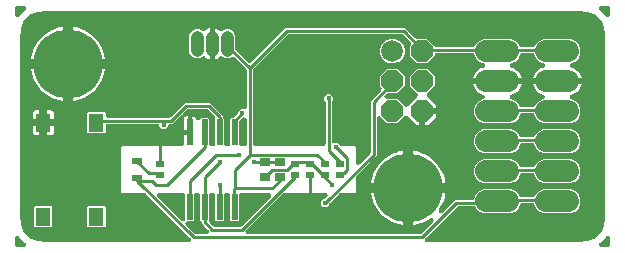
<source format=gtl>
G04 EAGLE Gerber RS-274X export*
G75*
%MOMM*%
%FSLAX34Y34*%
%LPD*%
%INTop Copper*%
%IPPOS*%
%AMOC8*
5,1,8,0,0,1.08239X$1,22.5*%
G01*
%ADD10C,1.108000*%
%ADD11C,1.828800*%
%ADD12C,5.842000*%
%ADD13C,1.828800*%
%ADD14P,1.979475X8X292.500000*%
%ADD15R,0.500000X2.200000*%
%ADD16R,0.700000X0.600000*%
%ADD17R,0.900000X0.700000*%
%ADD18R,1.300000X1.550000*%
%ADD19R,0.911800X0.611800*%
%ADD20C,0.254000*%
%ADD21C,0.452400*%
%ADD22C,0.502400*%

G36*
X145086Y2002D02*
X145086Y2002D01*
X145095Y2001D01*
X145288Y2022D01*
X145478Y2041D01*
X145486Y2043D01*
X145495Y2044D01*
X145680Y2103D01*
X145863Y2159D01*
X145871Y2163D01*
X145879Y2166D01*
X146047Y2259D01*
X146217Y2351D01*
X146224Y2356D01*
X146231Y2361D01*
X146379Y2485D01*
X146526Y2608D01*
X146532Y2615D01*
X146538Y2621D01*
X146658Y2773D01*
X146778Y2922D01*
X146783Y2930D01*
X146788Y2937D01*
X146876Y3110D01*
X146964Y3279D01*
X146966Y3288D01*
X146970Y3296D01*
X147022Y3482D01*
X147075Y3666D01*
X147076Y3675D01*
X147078Y3684D01*
X147093Y3877D01*
X147108Y4068D01*
X147107Y4076D01*
X147108Y4085D01*
X147084Y4278D01*
X147061Y4467D01*
X147059Y4476D01*
X147057Y4485D01*
X146996Y4667D01*
X146936Y4850D01*
X146932Y4858D01*
X146929Y4866D01*
X146833Y5033D01*
X146739Y5201D01*
X146733Y5208D01*
X146728Y5215D01*
X146514Y5468D01*
X108890Y43092D01*
X108869Y43109D01*
X108851Y43130D01*
X108714Y43236D01*
X108578Y43347D01*
X108554Y43360D01*
X108533Y43376D01*
X108376Y43454D01*
X108222Y43536D01*
X108197Y43544D01*
X108173Y43556D01*
X108003Y43601D01*
X107836Y43651D01*
X107810Y43653D01*
X107784Y43660D01*
X107453Y43687D01*
X88584Y43687D01*
X88137Y44134D01*
X88137Y82866D01*
X88584Y83313D01*
X139078Y83313D01*
X139096Y83315D01*
X139114Y83313D01*
X139296Y83334D01*
X139479Y83353D01*
X139496Y83358D01*
X139513Y83360D01*
X139688Y83417D01*
X139864Y83471D01*
X139879Y83479D01*
X139896Y83485D01*
X140056Y83575D01*
X140218Y83663D01*
X140231Y83674D01*
X140247Y83683D01*
X140386Y83803D01*
X140527Y83920D01*
X140538Y83934D01*
X140552Y83946D01*
X140664Y84091D01*
X140779Y84234D01*
X140787Y84250D01*
X140798Y84264D01*
X140880Y84429D01*
X140965Y84591D01*
X140970Y84608D01*
X140978Y84624D01*
X141025Y84803D01*
X141076Y84978D01*
X141078Y84996D01*
X141082Y85013D01*
X141109Y85344D01*
X141109Y93009D01*
X146150Y93009D01*
X146167Y93010D01*
X146185Y93009D01*
X146368Y93030D01*
X146550Y93048D01*
X146567Y93054D01*
X146585Y93056D01*
X146760Y93113D01*
X146935Y93167D01*
X146951Y93175D01*
X146968Y93181D01*
X147128Y93271D01*
X147289Y93358D01*
X147303Y93370D01*
X147318Y93379D01*
X147458Y93499D01*
X147598Y93616D01*
X147599Y93616D01*
X147599Y93617D01*
X147610Y93630D01*
X147623Y93642D01*
X147624Y93642D01*
X147736Y93787D01*
X147851Y93930D01*
X147860Y93946D01*
X147870Y93960D01*
X147952Y94125D01*
X148037Y94288D01*
X148042Y94305D01*
X148050Y94321D01*
X148098Y94499D01*
X148148Y94675D01*
X148150Y94692D01*
X148154Y94710D01*
X148181Y95040D01*
X148181Y108581D01*
X148985Y108581D01*
X149631Y108408D01*
X150210Y108073D01*
X150683Y107600D01*
X151018Y107021D01*
X151086Y106765D01*
X151134Y106637D01*
X151175Y106506D01*
X151205Y106449D01*
X151228Y106389D01*
X151301Y106272D01*
X151367Y106152D01*
X151408Y106102D01*
X151442Y106048D01*
X151537Y105948D01*
X151624Y105842D01*
X151674Y105802D01*
X151719Y105755D01*
X151831Y105676D01*
X151938Y105590D01*
X151995Y105560D01*
X152048Y105523D01*
X152174Y105468D01*
X152295Y105404D01*
X152357Y105387D01*
X152416Y105361D01*
X152550Y105331D01*
X152682Y105293D01*
X152747Y105288D01*
X152809Y105274D01*
X152946Y105271D01*
X153084Y105260D01*
X153148Y105268D01*
X153212Y105266D01*
X153347Y105291D01*
X153483Y105307D01*
X153545Y105327D01*
X153608Y105339D01*
X153735Y105389D01*
X153866Y105432D01*
X153922Y105464D01*
X153982Y105487D01*
X154097Y105562D01*
X154217Y105630D01*
X154266Y105672D01*
X154319Y105707D01*
X154417Y105803D01*
X154522Y105893D01*
X154561Y105944D01*
X154607Y105989D01*
X154684Y106103D01*
X154768Y106211D01*
X154797Y106269D01*
X154830Y106317D01*
X155824Y107311D01*
X161876Y107311D01*
X162621Y106566D01*
X162621Y85344D01*
X162623Y85326D01*
X162621Y85308D01*
X162642Y85126D01*
X162661Y84943D01*
X162666Y84926D01*
X162668Y84909D01*
X162725Y84734D01*
X162779Y84558D01*
X162787Y84543D01*
X162793Y84526D01*
X162883Y84366D01*
X162971Y84204D01*
X162982Y84191D01*
X162991Y84175D01*
X163111Y84036D01*
X163228Y83895D01*
X163242Y83884D01*
X163254Y83870D01*
X163399Y83758D01*
X163542Y83643D01*
X163558Y83635D01*
X163572Y83624D01*
X163737Y83542D01*
X163899Y83457D01*
X163916Y83452D01*
X163932Y83444D01*
X164111Y83397D01*
X164286Y83346D01*
X164304Y83344D01*
X164321Y83340D01*
X164652Y83313D01*
X165748Y83313D01*
X165766Y83315D01*
X165784Y83313D01*
X165966Y83334D01*
X166149Y83353D01*
X166166Y83358D01*
X166183Y83360D01*
X166358Y83417D01*
X166534Y83471D01*
X166549Y83479D01*
X166566Y83485D01*
X166726Y83575D01*
X166888Y83663D01*
X166901Y83674D01*
X166917Y83683D01*
X167056Y83803D01*
X167197Y83920D01*
X167208Y83934D01*
X167222Y83946D01*
X167334Y84091D01*
X167449Y84234D01*
X167457Y84250D01*
X167468Y84264D01*
X167550Y84429D01*
X167635Y84591D01*
X167640Y84608D01*
X167648Y84624D01*
X167695Y84803D01*
X167746Y84978D01*
X167748Y84996D01*
X167752Y85013D01*
X167779Y85344D01*
X167779Y107186D01*
X167777Y107213D01*
X167779Y107240D01*
X167757Y107414D01*
X167739Y107587D01*
X167732Y107612D01*
X167728Y107639D01*
X167672Y107805D01*
X167621Y107972D01*
X167608Y107995D01*
X167600Y108021D01*
X167513Y108172D01*
X167429Y108326D01*
X167412Y108346D01*
X167399Y108370D01*
X167184Y108623D01*
X161468Y114339D01*
X161447Y114356D01*
X161429Y114377D01*
X161291Y114484D01*
X161156Y114594D01*
X161132Y114607D01*
X161111Y114623D01*
X160954Y114701D01*
X160800Y114783D01*
X160775Y114791D01*
X160751Y114803D01*
X160581Y114848D01*
X160414Y114898D01*
X160388Y114900D01*
X160362Y114907D01*
X160031Y114934D01*
X144769Y114934D01*
X144742Y114932D01*
X144715Y114934D01*
X144542Y114912D01*
X144368Y114894D01*
X144343Y114887D01*
X144316Y114883D01*
X144150Y114827D01*
X143983Y114776D01*
X143960Y114764D01*
X143934Y114755D01*
X143783Y114668D01*
X143629Y114584D01*
X143609Y114567D01*
X143586Y114554D01*
X143332Y114339D01*
X140833Y111840D01*
X140786Y111783D01*
X140733Y111732D01*
X140659Y111628D01*
X140578Y111528D01*
X140543Y111463D01*
X140501Y111403D01*
X140449Y111286D01*
X140389Y111172D01*
X140368Y111102D01*
X140339Y111035D01*
X140311Y110910D01*
X140274Y110786D01*
X140268Y110713D01*
X140252Y110642D01*
X140249Y110514D01*
X140238Y110385D01*
X140246Y110313D01*
X140244Y110239D01*
X140267Y110113D01*
X140281Y109985D01*
X140303Y109915D01*
X140316Y109843D01*
X140364Y109724D01*
X140403Y109601D01*
X140438Y109537D01*
X140465Y109469D01*
X140535Y109361D01*
X140598Y109249D01*
X140645Y109193D01*
X140685Y109132D01*
X140775Y109040D01*
X140858Y108942D01*
X140916Y108897D01*
X140967Y108844D01*
X141073Y108772D01*
X141174Y108692D01*
X141239Y108659D01*
X141300Y108618D01*
X141418Y108568D01*
X141533Y108510D01*
X141604Y108490D01*
X141671Y108462D01*
X141797Y108437D01*
X141921Y108402D01*
X141994Y108397D01*
X142066Y108382D01*
X142194Y108382D01*
X142322Y108373D01*
X142395Y108382D01*
X142468Y108382D01*
X142635Y108412D01*
X142722Y108423D01*
X142753Y108434D01*
X142795Y108441D01*
X143315Y108581D01*
X144119Y108581D01*
X144119Y97071D01*
X141109Y97071D01*
X141109Y106375D01*
X141249Y106895D01*
X141261Y106968D01*
X141282Y107038D01*
X141293Y107166D01*
X141314Y107293D01*
X141311Y107366D01*
X141318Y107439D01*
X141304Y107567D01*
X141299Y107695D01*
X141282Y107766D01*
X141275Y107839D01*
X141236Y107962D01*
X141206Y108087D01*
X141175Y108153D01*
X141153Y108223D01*
X141091Y108335D01*
X141037Y108452D01*
X140994Y108511D01*
X140958Y108575D01*
X140875Y108673D01*
X140799Y108777D01*
X140745Y108827D01*
X140698Y108882D01*
X140597Y108962D01*
X140502Y109049D01*
X140439Y109086D01*
X140382Y109132D01*
X140267Y109190D01*
X140157Y109256D01*
X140088Y109281D01*
X140023Y109314D01*
X139899Y109349D01*
X139778Y109392D01*
X139706Y109403D01*
X139635Y109422D01*
X139507Y109432D01*
X139380Y109450D01*
X139307Y109446D01*
X139233Y109452D01*
X139106Y109435D01*
X138978Y109429D01*
X138907Y109410D01*
X138834Y109401D01*
X138712Y109360D01*
X138588Y109328D01*
X138522Y109296D01*
X138452Y109273D01*
X138341Y109209D01*
X138225Y109153D01*
X138167Y109109D01*
X138103Y109072D01*
X137974Y108962D01*
X137905Y108909D01*
X137883Y108885D01*
X137850Y108857D01*
X131227Y102234D01*
X129389Y102234D01*
X129371Y102232D01*
X129353Y102234D01*
X129171Y102213D01*
X128988Y102194D01*
X128971Y102189D01*
X128954Y102187D01*
X128779Y102130D01*
X128603Y102076D01*
X128588Y102068D01*
X128571Y102062D01*
X128411Y101972D01*
X128249Y101884D01*
X128236Y101873D01*
X128220Y101864D01*
X128081Y101744D01*
X127940Y101627D01*
X127929Y101613D01*
X127915Y101601D01*
X127803Y101456D01*
X127688Y101313D01*
X127680Y101297D01*
X127669Y101283D01*
X127587Y101118D01*
X127502Y100956D01*
X127497Y100939D01*
X127489Y100923D01*
X127441Y100744D01*
X127391Y100569D01*
X127389Y100551D01*
X127385Y100534D01*
X127358Y100203D01*
X127358Y100137D01*
X125288Y98067D01*
X122362Y98067D01*
X120292Y100137D01*
X120292Y100203D01*
X120290Y100221D01*
X120292Y100239D01*
X120271Y100421D01*
X120252Y100604D01*
X120247Y100621D01*
X120245Y100638D01*
X120188Y100813D01*
X120134Y100989D01*
X120126Y101004D01*
X120120Y101021D01*
X120030Y101181D01*
X119942Y101343D01*
X119931Y101356D01*
X119922Y101372D01*
X119802Y101511D01*
X119685Y101652D01*
X119671Y101663D01*
X119659Y101677D01*
X119514Y101789D01*
X119371Y101904D01*
X119355Y101912D01*
X119341Y101923D01*
X119176Y102005D01*
X119014Y102090D01*
X118997Y102095D01*
X118981Y102103D01*
X118802Y102150D01*
X118627Y102201D01*
X118609Y102203D01*
X118592Y102207D01*
X118261Y102234D01*
X76752Y102234D01*
X76734Y102232D01*
X76716Y102234D01*
X76534Y102213D01*
X76351Y102194D01*
X76334Y102189D01*
X76317Y102187D01*
X76142Y102130D01*
X75966Y102076D01*
X75951Y102068D01*
X75934Y102062D01*
X75774Y101972D01*
X75612Y101884D01*
X75599Y101873D01*
X75583Y101864D01*
X75444Y101744D01*
X75303Y101627D01*
X75292Y101613D01*
X75278Y101601D01*
X75166Y101456D01*
X75051Y101313D01*
X75043Y101297D01*
X75032Y101283D01*
X74950Y101118D01*
X74865Y100956D01*
X74860Y100939D01*
X74852Y100923D01*
X74804Y100744D01*
X74754Y100569D01*
X74752Y100551D01*
X74748Y100534D01*
X74721Y100203D01*
X74721Y94974D01*
X73976Y94229D01*
X59924Y94229D01*
X59179Y94974D01*
X59179Y111526D01*
X59924Y112271D01*
X73976Y112271D01*
X74721Y111526D01*
X74721Y109347D01*
X74723Y109329D01*
X74721Y109311D01*
X74742Y109129D01*
X74761Y108946D01*
X74766Y108929D01*
X74768Y108912D01*
X74825Y108737D01*
X74879Y108561D01*
X74887Y108546D01*
X74893Y108529D01*
X74983Y108369D01*
X75071Y108207D01*
X75082Y108194D01*
X75091Y108178D01*
X75211Y108039D01*
X75328Y107898D01*
X75342Y107887D01*
X75354Y107873D01*
X75499Y107761D01*
X75642Y107646D01*
X75658Y107638D01*
X75672Y107627D01*
X75837Y107545D01*
X75999Y107460D01*
X76016Y107455D01*
X76032Y107447D01*
X76211Y107400D01*
X76386Y107349D01*
X76404Y107347D01*
X76421Y107343D01*
X76752Y107316D01*
X128281Y107316D01*
X128308Y107318D01*
X128335Y107316D01*
X128508Y107338D01*
X128682Y107356D01*
X128707Y107363D01*
X128734Y107367D01*
X128900Y107422D01*
X129067Y107474D01*
X129090Y107487D01*
X129116Y107495D01*
X129267Y107582D01*
X129421Y107666D01*
X129441Y107683D01*
X129465Y107696D01*
X129718Y107911D01*
X141823Y120016D01*
X162977Y120016D01*
X171907Y111086D01*
X171908Y111086D01*
X173991Y109002D01*
X173991Y108738D01*
X173993Y108711D01*
X173991Y108684D01*
X174013Y108510D01*
X174031Y108337D01*
X174038Y108312D01*
X174042Y108285D01*
X174097Y108119D01*
X174149Y107952D01*
X174162Y107929D01*
X174170Y107903D01*
X174257Y107752D01*
X174341Y107598D01*
X174358Y107578D01*
X174371Y107554D01*
X174586Y107301D01*
X175321Y106566D01*
X175321Y85344D01*
X175323Y85326D01*
X175321Y85308D01*
X175342Y85126D01*
X175361Y84943D01*
X175366Y84926D01*
X175368Y84909D01*
X175425Y84734D01*
X175479Y84558D01*
X175487Y84543D01*
X175493Y84526D01*
X175583Y84366D01*
X175671Y84204D01*
X175682Y84191D01*
X175691Y84175D01*
X175811Y84036D01*
X175928Y83895D01*
X175942Y83884D01*
X175954Y83870D01*
X176099Y83758D01*
X176242Y83643D01*
X176258Y83635D01*
X176272Y83624D01*
X176437Y83542D01*
X176599Y83457D01*
X176616Y83452D01*
X176632Y83444D01*
X176811Y83397D01*
X176986Y83346D01*
X177004Y83344D01*
X177021Y83340D01*
X177352Y83313D01*
X178348Y83313D01*
X178366Y83315D01*
X178384Y83313D01*
X178566Y83334D01*
X178749Y83353D01*
X178766Y83358D01*
X178783Y83360D01*
X178958Y83417D01*
X179134Y83471D01*
X179149Y83479D01*
X179166Y83485D01*
X179326Y83575D01*
X179488Y83663D01*
X179501Y83674D01*
X179517Y83683D01*
X179656Y83803D01*
X179797Y83920D01*
X179808Y83934D01*
X179822Y83946D01*
X179934Y84091D01*
X180049Y84234D01*
X180057Y84250D01*
X180068Y84264D01*
X180150Y84429D01*
X180235Y84591D01*
X180240Y84608D01*
X180248Y84624D01*
X180295Y84803D01*
X180346Y84978D01*
X180348Y84996D01*
X180352Y85013D01*
X180379Y85344D01*
X180379Y106566D01*
X181124Y107311D01*
X182251Y107311D01*
X182278Y107313D01*
X182305Y107311D01*
X182478Y107333D01*
X182652Y107351D01*
X182677Y107358D01*
X182704Y107362D01*
X182870Y107417D01*
X183037Y107469D01*
X183060Y107482D01*
X183086Y107490D01*
X183237Y107577D01*
X183391Y107661D01*
X183411Y107678D01*
X183435Y107691D01*
X183688Y107906D01*
X186372Y110590D01*
X186389Y110611D01*
X186410Y110629D01*
X186517Y110767D01*
X186627Y110902D01*
X186640Y110926D01*
X186656Y110947D01*
X186734Y111104D01*
X186816Y111258D01*
X186824Y111283D01*
X186836Y111307D01*
X186881Y111477D01*
X186931Y111644D01*
X186933Y111670D01*
X186940Y111696D01*
X186967Y112027D01*
X186967Y112588D01*
X189037Y114658D01*
X192278Y114658D01*
X192296Y114660D01*
X192314Y114658D01*
X192496Y114679D01*
X192679Y114698D01*
X192696Y114703D01*
X192713Y114705D01*
X192888Y114762D01*
X193064Y114816D01*
X193079Y114824D01*
X193096Y114830D01*
X193256Y114920D01*
X193418Y115008D01*
X193431Y115019D01*
X193447Y115028D01*
X193586Y115148D01*
X193727Y115265D01*
X193738Y115279D01*
X193752Y115291D01*
X193864Y115436D01*
X193979Y115579D01*
X193987Y115595D01*
X193998Y115609D01*
X194080Y115774D01*
X194165Y115936D01*
X194170Y115953D01*
X194178Y115969D01*
X194225Y116147D01*
X194276Y116323D01*
X194278Y116341D01*
X194282Y116358D01*
X194309Y116689D01*
X194309Y147331D01*
X194307Y147358D01*
X194309Y147385D01*
X194287Y147558D01*
X194269Y147732D01*
X194262Y147757D01*
X194258Y147784D01*
X194203Y147950D01*
X194151Y148117D01*
X194138Y148140D01*
X194130Y148166D01*
X194043Y148317D01*
X193959Y148471D01*
X193942Y148491D01*
X193929Y148515D01*
X193714Y148768D01*
X184059Y158423D01*
X184041Y158437D01*
X184027Y158454D01*
X183886Y158565D01*
X183747Y158678D01*
X183727Y158689D01*
X183710Y158703D01*
X183549Y158783D01*
X183391Y158867D01*
X183370Y158873D01*
X183350Y158883D01*
X183177Y158931D01*
X183005Y158982D01*
X182983Y158984D01*
X182962Y158990D01*
X182784Y159002D01*
X182604Y159018D01*
X182582Y159016D01*
X182560Y159017D01*
X182383Y158994D01*
X182204Y158975D01*
X182183Y158968D01*
X182161Y158965D01*
X181845Y158864D01*
X179155Y157749D01*
X176445Y157749D01*
X173942Y158786D01*
X173784Y158944D01*
X173771Y158955D01*
X173759Y158969D01*
X173615Y159083D01*
X173473Y159199D01*
X173457Y159207D01*
X173443Y159218D01*
X173279Y159302D01*
X173117Y159388D01*
X173100Y159393D01*
X173084Y159401D01*
X172907Y159450D01*
X172731Y159502D01*
X172713Y159504D01*
X172696Y159509D01*
X172513Y159522D01*
X172330Y159539D01*
X172312Y159537D01*
X172295Y159538D01*
X172113Y159515D01*
X171930Y159495D01*
X171913Y159490D01*
X171895Y159488D01*
X171722Y159429D01*
X171546Y159374D01*
X171530Y159365D01*
X171514Y159359D01*
X171354Y159268D01*
X171194Y159179D01*
X171180Y159167D01*
X171165Y159159D01*
X170912Y158944D01*
X170251Y158283D01*
X168928Y157399D01*
X167457Y156790D01*
X167131Y156725D01*
X167131Y170100D01*
X167131Y183475D01*
X167457Y183410D01*
X168928Y182801D01*
X170251Y181917D01*
X170912Y181256D01*
X170925Y181245D01*
X170937Y181231D01*
X171081Y181118D01*
X171223Y181001D01*
X171239Y180993D01*
X171253Y180982D01*
X171416Y180899D01*
X171579Y180812D01*
X171596Y180807D01*
X171612Y180799D01*
X171789Y180750D01*
X171965Y180698D01*
X171983Y180696D01*
X172000Y180691D01*
X172183Y180678D01*
X172366Y180661D01*
X172384Y180663D01*
X172401Y180662D01*
X172584Y180685D01*
X172766Y180705D01*
X172783Y180710D01*
X172801Y180712D01*
X172975Y180771D01*
X173150Y180826D01*
X173166Y180835D01*
X173182Y180841D01*
X173342Y180932D01*
X173502Y181021D01*
X173516Y181032D01*
X173531Y181041D01*
X173784Y181256D01*
X173942Y181414D01*
X176445Y182451D01*
X179155Y182451D01*
X181658Y181414D01*
X183574Y179498D01*
X184611Y176995D01*
X184611Y165899D01*
X184613Y165872D01*
X184611Y165845D01*
X184633Y165672D01*
X184651Y165498D01*
X184658Y165473D01*
X184662Y165446D01*
X184717Y165280D01*
X184769Y165113D01*
X184782Y165090D01*
X184790Y165064D01*
X184877Y164913D01*
X184961Y164759D01*
X184978Y164739D01*
X184991Y164715D01*
X185206Y164462D01*
X195414Y154254D01*
X195428Y154243D01*
X195439Y154230D01*
X195583Y154116D01*
X195725Y153999D01*
X195741Y153991D01*
X195755Y153980D01*
X195919Y153896D01*
X196081Y153811D01*
X196098Y153806D01*
X196114Y153798D01*
X196291Y153748D01*
X196467Y153696D01*
X196485Y153694D01*
X196502Y153690D01*
X196685Y153676D01*
X196868Y153660D01*
X196886Y153662D01*
X196903Y153660D01*
X197085Y153683D01*
X197268Y153703D01*
X197285Y153708D01*
X197303Y153711D01*
X197476Y153769D01*
X197652Y153824D01*
X197668Y153833D01*
X197684Y153839D01*
X197844Y153931D01*
X198004Y154019D01*
X198018Y154031D01*
X198033Y154040D01*
X198286Y154254D01*
X227548Y183516D01*
X328077Y183516D01*
X330160Y181433D01*
X330161Y181432D01*
X336833Y174760D01*
X336854Y174743D01*
X336872Y174722D01*
X337010Y174615D01*
X337145Y174505D01*
X337169Y174492D01*
X337190Y174476D01*
X337347Y174398D01*
X337501Y174316D01*
X337526Y174308D01*
X337550Y174296D01*
X337720Y174251D01*
X337887Y174201D01*
X337913Y174199D01*
X337939Y174192D01*
X338270Y174165D01*
X347214Y174165D01*
X353143Y168236D01*
X353164Y168219D01*
X353181Y168198D01*
X353319Y168091D01*
X353454Y167981D01*
X353478Y167968D01*
X353499Y167952D01*
X353656Y167874D01*
X353810Y167792D01*
X353836Y167784D01*
X353860Y167772D01*
X354029Y167727D01*
X354196Y167677D01*
X354223Y167675D01*
X354249Y167668D01*
X354579Y167641D01*
X386238Y167641D01*
X386260Y167643D01*
X386282Y167641D01*
X386460Y167663D01*
X386638Y167681D01*
X386660Y167687D01*
X386682Y167690D01*
X386851Y167746D01*
X387023Y167799D01*
X387043Y167809D01*
X387064Y167816D01*
X387219Y167905D01*
X387377Y167991D01*
X387394Y168005D01*
X387414Y168016D01*
X387549Y168134D01*
X387686Y168248D01*
X387700Y168266D01*
X387717Y168280D01*
X387827Y168423D01*
X387939Y168562D01*
X387949Y168582D01*
X387963Y168600D01*
X388114Y168895D01*
X388427Y169649D01*
X391357Y172579D01*
X395184Y174165D01*
X417616Y174165D01*
X421443Y172579D01*
X424373Y169649D01*
X424686Y168895D01*
X424696Y168875D01*
X424703Y168854D01*
X424791Y168698D01*
X424876Y168540D01*
X424890Y168523D01*
X424901Y168503D01*
X425018Y168367D01*
X425132Y168229D01*
X425150Y168215D01*
X425164Y168198D01*
X425305Y168089D01*
X425445Y167976D01*
X425465Y167965D01*
X425482Y167952D01*
X425643Y167872D01*
X425802Y167789D01*
X425823Y167782D01*
X425843Y167772D01*
X426016Y167726D01*
X426188Y167676D01*
X426210Y167674D01*
X426232Y167668D01*
X426562Y167641D01*
X437038Y167641D01*
X437060Y167643D01*
X437082Y167641D01*
X437260Y167663D01*
X437438Y167681D01*
X437460Y167687D01*
X437482Y167690D01*
X437651Y167746D01*
X437823Y167799D01*
X437843Y167809D01*
X437864Y167816D01*
X438019Y167905D01*
X438177Y167991D01*
X438194Y168005D01*
X438214Y168016D01*
X438349Y168134D01*
X438486Y168248D01*
X438500Y168266D01*
X438517Y168280D01*
X438627Y168423D01*
X438739Y168562D01*
X438749Y168582D01*
X438763Y168600D01*
X438914Y168895D01*
X439227Y169649D01*
X442157Y172579D01*
X445984Y174165D01*
X468416Y174165D01*
X472243Y172579D01*
X475173Y169649D01*
X476759Y165822D01*
X476759Y161678D01*
X475173Y157851D01*
X472243Y154921D01*
X468940Y153552D01*
X468862Y153511D01*
X468779Y153478D01*
X468685Y153416D01*
X468585Y153362D01*
X468517Y153306D01*
X468442Y153257D01*
X468362Y153178D01*
X468275Y153106D01*
X468219Y153037D01*
X468155Y152975D01*
X468092Y152881D01*
X468021Y152793D01*
X467980Y152715D01*
X467930Y152641D01*
X467886Y152537D01*
X467834Y152437D01*
X467809Y152352D01*
X467775Y152270D01*
X467753Y152159D01*
X467721Y152050D01*
X467713Y151962D01*
X467696Y151875D01*
X467696Y151762D01*
X467686Y151649D01*
X467696Y151561D01*
X467696Y151472D01*
X467719Y151361D01*
X467731Y151249D01*
X467758Y151165D01*
X467776Y151078D01*
X467820Y150973D01*
X467854Y150866D01*
X467898Y150788D01*
X467932Y150706D01*
X467996Y150613D01*
X468051Y150514D01*
X468109Y150447D01*
X468158Y150373D01*
X468239Y150294D01*
X468313Y150208D01*
X468383Y150154D01*
X468446Y150092D01*
X468541Y150030D01*
X468630Y149960D01*
X468709Y149920D01*
X468783Y149872D01*
X468914Y149817D01*
X468989Y149779D01*
X469034Y149767D01*
X469090Y149744D01*
X470830Y149179D01*
X472468Y148344D01*
X473956Y147263D01*
X475257Y145962D01*
X476338Y144474D01*
X477173Y142836D01*
X477741Y141086D01*
X477772Y140889D01*
X457708Y140889D01*
X457690Y140887D01*
X457673Y140889D01*
X457490Y140868D01*
X457308Y140849D01*
X457291Y140844D01*
X457273Y140842D01*
X457195Y140817D01*
X457058Y140856D01*
X457040Y140858D01*
X457023Y140862D01*
X456692Y140889D01*
X436628Y140889D01*
X436659Y141086D01*
X437227Y142836D01*
X438062Y144474D01*
X439143Y145962D01*
X440444Y147263D01*
X441932Y148344D01*
X443570Y149179D01*
X445310Y149744D01*
X445392Y149780D01*
X445476Y149806D01*
X445576Y149860D01*
X445679Y149906D01*
X445752Y149957D01*
X445830Y149999D01*
X445916Y150072D01*
X446009Y150137D01*
X446070Y150201D01*
X446138Y150259D01*
X446208Y150347D01*
X446286Y150429D01*
X446334Y150504D01*
X446389Y150573D01*
X446440Y150674D01*
X446501Y150770D01*
X446532Y150853D01*
X446573Y150931D01*
X446603Y151040D01*
X446644Y151146D01*
X446658Y151234D01*
X446682Y151319D01*
X446691Y151431D01*
X446710Y151543D01*
X446707Y151632D01*
X446714Y151720D01*
X446700Y151832D01*
X446696Y151945D01*
X446676Y152032D01*
X446665Y152120D01*
X446629Y152227D01*
X446603Y152337D01*
X446566Y152418D01*
X446538Y152502D01*
X446482Y152600D01*
X446435Y152703D01*
X446383Y152775D01*
X446339Y152852D01*
X446265Y152937D01*
X446198Y153028D01*
X446133Y153088D01*
X446074Y153155D01*
X445985Y153224D01*
X445902Y153301D01*
X445826Y153347D01*
X445755Y153401D01*
X445630Y153465D01*
X445557Y153509D01*
X445514Y153525D01*
X445460Y153552D01*
X442157Y154921D01*
X439227Y157851D01*
X437796Y161305D01*
X437785Y161325D01*
X437778Y161346D01*
X437690Y161502D01*
X437606Y161660D01*
X437591Y161677D01*
X437580Y161697D01*
X437464Y161832D01*
X437349Y161971D01*
X437332Y161985D01*
X437317Y162002D01*
X437176Y162111D01*
X437037Y162224D01*
X437017Y162235D01*
X436999Y162248D01*
X436838Y162328D01*
X436680Y162411D01*
X436659Y162418D01*
X436639Y162428D01*
X436465Y162474D01*
X436294Y162524D01*
X436271Y162526D01*
X436250Y162532D01*
X435919Y162559D01*
X427681Y162559D01*
X427659Y162557D01*
X427636Y162559D01*
X427459Y162537D01*
X427280Y162519D01*
X427259Y162513D01*
X427237Y162510D01*
X427067Y162454D01*
X426895Y162401D01*
X426876Y162391D01*
X426855Y162384D01*
X426699Y162295D01*
X426541Y162209D01*
X426524Y162195D01*
X426505Y162184D01*
X426369Y162066D01*
X426232Y161952D01*
X426218Y161934D01*
X426201Y161920D01*
X426092Y161778D01*
X425980Y161638D01*
X425969Y161618D01*
X425956Y161600D01*
X425804Y161305D01*
X424373Y157851D01*
X421443Y154921D01*
X418140Y153552D01*
X418062Y153511D01*
X417979Y153478D01*
X417885Y153416D01*
X417785Y153362D01*
X417717Y153306D01*
X417642Y153257D01*
X417562Y153178D01*
X417475Y153106D01*
X417419Y153037D01*
X417355Y152975D01*
X417292Y152881D01*
X417221Y152793D01*
X417180Y152715D01*
X417130Y152641D01*
X417086Y152537D01*
X417034Y152437D01*
X417009Y152352D01*
X416975Y152270D01*
X416953Y152159D01*
X416921Y152050D01*
X416913Y151962D01*
X416896Y151875D01*
X416896Y151762D01*
X416886Y151649D01*
X416896Y151561D01*
X416896Y151472D01*
X416919Y151361D01*
X416931Y151249D01*
X416958Y151165D01*
X416976Y151078D01*
X417020Y150973D01*
X417054Y150866D01*
X417098Y150788D01*
X417132Y150706D01*
X417196Y150613D01*
X417251Y150514D01*
X417309Y150447D01*
X417358Y150373D01*
X417439Y150294D01*
X417513Y150208D01*
X417583Y150154D01*
X417646Y150092D01*
X417741Y150030D01*
X417830Y149960D01*
X417909Y149920D01*
X417983Y149872D01*
X418114Y149817D01*
X418189Y149779D01*
X418234Y149767D01*
X418290Y149744D01*
X420030Y149179D01*
X421668Y148344D01*
X423156Y147263D01*
X424457Y145962D01*
X425538Y144474D01*
X426373Y142836D01*
X426941Y141086D01*
X426972Y140889D01*
X406908Y140889D01*
X406890Y140887D01*
X406873Y140889D01*
X406690Y140868D01*
X406508Y140849D01*
X406491Y140844D01*
X406473Y140842D01*
X406395Y140817D01*
X406258Y140856D01*
X406240Y140858D01*
X406223Y140862D01*
X405892Y140889D01*
X385828Y140889D01*
X385859Y141086D01*
X386427Y142836D01*
X387262Y144474D01*
X388343Y145962D01*
X389644Y147263D01*
X391132Y148344D01*
X392770Y149179D01*
X394510Y149744D01*
X394592Y149780D01*
X394676Y149806D01*
X394776Y149860D01*
X394879Y149906D01*
X394952Y149957D01*
X395030Y149999D01*
X395116Y150072D01*
X395209Y150137D01*
X395270Y150201D01*
X395338Y150259D01*
X395408Y150347D01*
X395486Y150429D01*
X395534Y150504D01*
X395589Y150573D01*
X395640Y150674D01*
X395701Y150770D01*
X395732Y150853D01*
X395773Y150931D01*
X395803Y151040D01*
X395844Y151146D01*
X395858Y151234D01*
X395882Y151319D01*
X395891Y151431D01*
X395910Y151543D01*
X395907Y151632D01*
X395914Y151720D01*
X395900Y151832D01*
X395896Y151945D01*
X395876Y152032D01*
X395865Y152120D01*
X395829Y152227D01*
X395803Y152337D01*
X395766Y152418D01*
X395738Y152502D01*
X395682Y152600D01*
X395635Y152703D01*
X395583Y152775D01*
X395539Y152852D01*
X395465Y152937D01*
X395398Y153028D01*
X395333Y153088D01*
X395274Y153155D01*
X395185Y153224D01*
X395102Y153301D01*
X395026Y153347D01*
X394955Y153401D01*
X394830Y153465D01*
X394757Y153509D01*
X394714Y153525D01*
X394660Y153552D01*
X391357Y154921D01*
X388427Y157851D01*
X386996Y161305D01*
X386985Y161325D01*
X386978Y161346D01*
X386890Y161502D01*
X386806Y161660D01*
X386791Y161677D01*
X386780Y161697D01*
X386664Y161832D01*
X386549Y161971D01*
X386532Y161985D01*
X386517Y162002D01*
X386376Y162111D01*
X386237Y162224D01*
X386217Y162235D01*
X386199Y162248D01*
X386038Y162328D01*
X385880Y162411D01*
X385859Y162418D01*
X385839Y162428D01*
X385665Y162474D01*
X385494Y162524D01*
X385471Y162526D01*
X385450Y162532D01*
X385119Y162559D01*
X355346Y162559D01*
X355328Y162557D01*
X355310Y162559D01*
X355128Y162538D01*
X354945Y162519D01*
X354928Y162514D01*
X354911Y162512D01*
X354736Y162455D01*
X354560Y162401D01*
X354545Y162393D01*
X354528Y162387D01*
X354368Y162297D01*
X354206Y162209D01*
X354193Y162198D01*
X354177Y162189D01*
X354038Y162069D01*
X353897Y161952D01*
X353886Y161938D01*
X353872Y161926D01*
X353760Y161781D01*
X353645Y161638D01*
X353637Y161622D01*
X353626Y161608D01*
X353544Y161443D01*
X353459Y161281D01*
X353454Y161264D01*
X353446Y161248D01*
X353399Y161069D01*
X353348Y160894D01*
X353346Y160876D01*
X353342Y160859D01*
X353315Y160528D01*
X353315Y159436D01*
X347214Y153335D01*
X338586Y153335D01*
X332485Y159436D01*
X332485Y168064D01*
X332978Y168556D01*
X332989Y168570D01*
X333003Y168582D01*
X333117Y168726D01*
X333233Y168868D01*
X333241Y168884D01*
X333252Y168898D01*
X333336Y169062D01*
X333421Y169224D01*
X333427Y169241D01*
X333435Y169257D01*
X333484Y169434D01*
X333536Y169610D01*
X333538Y169627D01*
X333543Y169645D01*
X333556Y169828D01*
X333573Y170011D01*
X333571Y170028D01*
X333572Y170046D01*
X333549Y170228D01*
X333529Y170411D01*
X333524Y170428D01*
X333522Y170446D01*
X333463Y170619D01*
X333408Y170795D01*
X333399Y170810D01*
X333393Y170827D01*
X333302Y170987D01*
X333213Y171147D01*
X333201Y171160D01*
X333192Y171176D01*
X332978Y171429D01*
X326568Y177839D01*
X326547Y177856D01*
X326529Y177877D01*
X326391Y177984D01*
X326256Y178094D01*
X326232Y178107D01*
X326211Y178123D01*
X326054Y178201D01*
X325900Y178283D01*
X325875Y178291D01*
X325851Y178303D01*
X325681Y178348D01*
X325514Y178398D01*
X325488Y178400D01*
X325462Y178407D01*
X325131Y178434D01*
X230494Y178434D01*
X230467Y178432D01*
X230440Y178434D01*
X230267Y178412D01*
X230093Y178394D01*
X230068Y178387D01*
X230041Y178383D01*
X229875Y178328D01*
X229708Y178276D01*
X229685Y178263D01*
X229659Y178255D01*
X229508Y178168D01*
X229354Y178084D01*
X229334Y178067D01*
X229310Y178054D01*
X229057Y177839D01*
X199986Y148768D01*
X199969Y148747D01*
X199948Y148729D01*
X199841Y148591D01*
X199731Y148456D01*
X199718Y148432D01*
X199702Y148411D01*
X199624Y148254D01*
X199542Y148100D01*
X199534Y148075D01*
X199522Y148051D01*
X199477Y147881D01*
X199427Y147714D01*
X199425Y147688D01*
X199418Y147662D01*
X199391Y147331D01*
X199391Y85344D01*
X199393Y85326D01*
X199391Y85308D01*
X199412Y85126D01*
X199431Y84943D01*
X199436Y84926D01*
X199438Y84909D01*
X199495Y84734D01*
X199549Y84558D01*
X199557Y84543D01*
X199563Y84526D01*
X199653Y84366D01*
X199741Y84204D01*
X199752Y84191D01*
X199761Y84175D01*
X199881Y84036D01*
X199998Y83895D01*
X200012Y83884D01*
X200024Y83870D01*
X200169Y83758D01*
X200312Y83643D01*
X200328Y83635D01*
X200342Y83624D01*
X200507Y83542D01*
X200669Y83457D01*
X200686Y83452D01*
X200702Y83444D01*
X200881Y83397D01*
X201056Y83346D01*
X201074Y83344D01*
X201091Y83340D01*
X201422Y83313D01*
X258953Y83313D01*
X258971Y83315D01*
X258989Y83313D01*
X259171Y83334D01*
X259354Y83353D01*
X259371Y83358D01*
X259388Y83360D01*
X259563Y83417D01*
X259739Y83471D01*
X259754Y83479D01*
X259771Y83485D01*
X259931Y83575D01*
X260093Y83663D01*
X260106Y83674D01*
X260122Y83683D01*
X260261Y83803D01*
X260402Y83920D01*
X260413Y83934D01*
X260427Y83946D01*
X260539Y84091D01*
X260654Y84234D01*
X260662Y84250D01*
X260673Y84264D01*
X260755Y84429D01*
X260840Y84591D01*
X260845Y84608D01*
X260853Y84624D01*
X260900Y84803D01*
X260951Y84978D01*
X260953Y84996D01*
X260957Y85013D01*
X260984Y85344D01*
X260984Y120528D01*
X260982Y120555D01*
X260984Y120582D01*
X260962Y120756D01*
X260944Y120929D01*
X260937Y120954D01*
X260933Y120981D01*
X260878Y121147D01*
X260826Y121314D01*
X260813Y121337D01*
X260805Y121363D01*
X260718Y121514D01*
X260634Y121668D01*
X260617Y121688D01*
X260604Y121712D01*
X260389Y121965D01*
X259992Y122362D01*
X259992Y125288D01*
X262062Y127358D01*
X264988Y127358D01*
X267058Y125288D01*
X267058Y122362D01*
X266661Y121965D01*
X266644Y121944D01*
X266623Y121926D01*
X266516Y121789D01*
X266406Y121653D01*
X266393Y121629D01*
X266377Y121608D01*
X266299Y121451D01*
X266217Y121297D01*
X266209Y121272D01*
X266197Y121248D01*
X266152Y121078D01*
X266102Y120912D01*
X266100Y120885D01*
X266093Y120859D01*
X266066Y120528D01*
X266066Y88114D01*
X266068Y88096D01*
X266066Y88078D01*
X266087Y87896D01*
X266106Y87713D01*
X266111Y87696D01*
X266113Y87679D01*
X266170Y87504D01*
X266224Y87328D01*
X266232Y87313D01*
X266238Y87296D01*
X266328Y87136D01*
X266416Y86974D01*
X266427Y86961D01*
X266436Y86945D01*
X266557Y86805D01*
X266673Y86665D01*
X266687Y86654D01*
X266699Y86640D01*
X266844Y86528D01*
X266987Y86413D01*
X267003Y86405D01*
X267017Y86394D01*
X267182Y86312D01*
X267344Y86227D01*
X267361Y86222D01*
X267377Y86214D01*
X267556Y86167D01*
X267731Y86116D01*
X267749Y86114D01*
X267766Y86110D01*
X268097Y86083D01*
X271338Y86083D01*
X273513Y83908D01*
X273534Y83891D01*
X273552Y83870D01*
X273689Y83763D01*
X273825Y83653D01*
X273849Y83640D01*
X273870Y83624D01*
X274027Y83546D01*
X274181Y83464D01*
X274206Y83456D01*
X274230Y83444D01*
X274400Y83399D01*
X274566Y83349D01*
X274593Y83347D01*
X274619Y83340D01*
X274950Y83313D01*
X286066Y83313D01*
X286513Y82866D01*
X286513Y69585D01*
X286514Y69576D01*
X286513Y69567D01*
X286534Y69373D01*
X286553Y69184D01*
X286555Y69176D01*
X286556Y69167D01*
X286614Y68983D01*
X286671Y68799D01*
X286675Y68791D01*
X286678Y68783D01*
X286770Y68615D01*
X286863Y68445D01*
X286868Y68438D01*
X286873Y68431D01*
X286997Y68283D01*
X287120Y68136D01*
X287127Y68130D01*
X287133Y68124D01*
X287285Y68004D01*
X287434Y67884D01*
X287442Y67879D01*
X287449Y67874D01*
X287622Y67786D01*
X287791Y67698D01*
X287800Y67696D01*
X287808Y67692D01*
X287994Y67640D01*
X288178Y67587D01*
X288187Y67586D01*
X288196Y67584D01*
X288389Y67569D01*
X288580Y67554D01*
X288588Y67555D01*
X288597Y67554D01*
X288790Y67578D01*
X288979Y67601D01*
X288988Y67603D01*
X288997Y67605D01*
X289180Y67666D01*
X289362Y67726D01*
X289370Y67730D01*
X289378Y67733D01*
X289545Y67829D01*
X289713Y67923D01*
X289720Y67929D01*
X289727Y67934D01*
X289980Y68148D01*
X298489Y76657D01*
X298506Y76678D01*
X298527Y76696D01*
X298634Y76834D01*
X298744Y76969D01*
X298757Y76993D01*
X298773Y77014D01*
X298851Y77171D01*
X298933Y77325D01*
X298941Y77350D01*
X298953Y77374D01*
X298998Y77544D01*
X299048Y77711D01*
X299050Y77737D01*
X299057Y77763D01*
X299084Y78094D01*
X299084Y121702D01*
X307815Y130433D01*
X307827Y130447D01*
X307840Y130459D01*
X307954Y130603D01*
X308070Y130745D01*
X308079Y130761D01*
X308090Y130775D01*
X308173Y130938D01*
X308259Y131101D01*
X308264Y131118D01*
X308272Y131134D01*
X308322Y131311D01*
X308374Y131487D01*
X308375Y131504D01*
X308380Y131522D01*
X308394Y131705D01*
X308410Y131888D01*
X308408Y131905D01*
X308410Y131923D01*
X308387Y132105D01*
X308367Y132288D01*
X308361Y132305D01*
X308359Y132323D01*
X308301Y132496D01*
X308245Y132672D01*
X308237Y132687D01*
X308231Y132704D01*
X308139Y132863D01*
X308050Y133024D01*
X308039Y133038D01*
X308030Y133053D01*
X307815Y133306D01*
X307085Y134036D01*
X307085Y142664D01*
X313186Y148765D01*
X321814Y148765D01*
X327915Y142664D01*
X327915Y134036D01*
X321814Y127935D01*
X313345Y127935D01*
X313318Y127933D01*
X313292Y127935D01*
X313118Y127913D01*
X312944Y127895D01*
X312919Y127888D01*
X312892Y127884D01*
X312726Y127829D01*
X312559Y127777D01*
X312536Y127764D01*
X312510Y127756D01*
X312359Y127669D01*
X312205Y127585D01*
X312185Y127568D01*
X312162Y127555D01*
X311909Y127340D01*
X311400Y126832D01*
X311395Y126825D01*
X311388Y126820D01*
X311267Y126670D01*
X311145Y126521D01*
X311141Y126513D01*
X311136Y126506D01*
X311047Y126336D01*
X310957Y126165D01*
X310954Y126156D01*
X310950Y126149D01*
X310897Y125965D01*
X310842Y125779D01*
X310841Y125770D01*
X310839Y125762D01*
X310823Y125571D01*
X310806Y125378D01*
X310807Y125369D01*
X310806Y125360D01*
X310828Y125171D01*
X310849Y124978D01*
X310852Y124969D01*
X310853Y124961D01*
X310913Y124777D01*
X310970Y124594D01*
X310975Y124586D01*
X310978Y124578D01*
X311073Y124409D01*
X311165Y124242D01*
X311171Y124235D01*
X311175Y124227D01*
X311301Y124082D01*
X311426Y123935D01*
X311433Y123929D01*
X311439Y123922D01*
X311590Y123805D01*
X311742Y123685D01*
X311750Y123681D01*
X311757Y123676D01*
X311929Y123590D01*
X312101Y123503D01*
X312109Y123500D01*
X312117Y123496D01*
X312305Y123446D01*
X312488Y123395D01*
X312497Y123394D01*
X312506Y123392D01*
X312837Y123365D01*
X321814Y123365D01*
X327866Y117313D01*
X327879Y117302D01*
X327891Y117288D01*
X328035Y117174D01*
X328177Y117058D01*
X328193Y117050D01*
X328207Y117038D01*
X328371Y116955D01*
X328533Y116869D01*
X328550Y116864D01*
X328566Y116856D01*
X328743Y116807D01*
X328919Y116754D01*
X328937Y116753D01*
X328954Y116748D01*
X329137Y116735D01*
X329320Y116718D01*
X329338Y116720D01*
X329355Y116719D01*
X329537Y116742D01*
X329720Y116761D01*
X329737Y116767D01*
X329755Y116769D01*
X329928Y116827D01*
X330104Y116883D01*
X330120Y116892D01*
X330136Y116897D01*
X330296Y116989D01*
X330456Y117078D01*
X330470Y117089D01*
X330485Y117098D01*
X330738Y117313D01*
X338537Y125112D01*
X338548Y125126D01*
X338562Y125137D01*
X338675Y125281D01*
X338792Y125423D01*
X338800Y125439D01*
X338812Y125453D01*
X338895Y125617D01*
X338981Y125779D01*
X338986Y125796D01*
X338994Y125812D01*
X339043Y125989D01*
X339096Y126165D01*
X339097Y126183D01*
X339102Y126200D01*
X339115Y126383D01*
X339132Y126566D01*
X339130Y126584D01*
X339131Y126601D01*
X339108Y126783D01*
X339089Y126966D01*
X339083Y126983D01*
X339081Y127001D01*
X339023Y127175D01*
X338967Y127350D01*
X338958Y127366D01*
X338953Y127382D01*
X338861Y127542D01*
X338772Y127702D01*
X338761Y127716D01*
X338752Y127731D01*
X338537Y127984D01*
X332485Y134036D01*
X332485Y142664D01*
X338586Y148765D01*
X347214Y148765D01*
X353315Y142664D01*
X353315Y134036D01*
X347263Y127984D01*
X347252Y127971D01*
X347238Y127959D01*
X347124Y127815D01*
X347008Y127673D01*
X347000Y127657D01*
X346988Y127643D01*
X346905Y127479D01*
X346819Y127317D01*
X346814Y127300D01*
X346806Y127284D01*
X346757Y127106D01*
X346704Y126931D01*
X346703Y126913D01*
X346698Y126896D01*
X346685Y126713D01*
X346668Y126530D01*
X346670Y126512D01*
X346669Y126495D01*
X346692Y126313D01*
X346711Y126130D01*
X346717Y126113D01*
X346719Y126095D01*
X346777Y125921D01*
X346833Y125746D01*
X346842Y125730D01*
X346847Y125714D01*
X346939Y125554D01*
X347028Y125394D01*
X347039Y125380D01*
X347048Y125365D01*
X347263Y125112D01*
X354585Y117790D01*
X354585Y115489D01*
X343408Y115489D01*
X343390Y115487D01*
X343373Y115489D01*
X343190Y115468D01*
X343008Y115449D01*
X342991Y115444D01*
X342973Y115442D01*
X342798Y115385D01*
X342623Y115331D01*
X342607Y115323D01*
X342590Y115317D01*
X342430Y115227D01*
X342269Y115139D01*
X342255Y115128D01*
X342239Y115119D01*
X342100Y114999D01*
X341959Y114882D01*
X341948Y114868D01*
X341935Y114856D01*
X341822Y114711D01*
X341707Y114568D01*
X341699Y114552D01*
X341688Y114538D01*
X341606Y114373D01*
X341566Y114297D01*
X341414Y114211D01*
X341252Y114123D01*
X341239Y114112D01*
X341223Y114103D01*
X341084Y113983D01*
X340943Y113865D01*
X340932Y113852D01*
X340918Y113840D01*
X340806Y113695D01*
X340691Y113552D01*
X340683Y113536D01*
X340672Y113522D01*
X340589Y113356D01*
X340505Y113194D01*
X340500Y113177D01*
X340492Y113161D01*
X340444Y112983D01*
X340394Y112808D01*
X340392Y112790D01*
X340388Y112773D01*
X340361Y112442D01*
X340361Y101265D01*
X338060Y101265D01*
X330738Y108587D01*
X330724Y108598D01*
X330713Y108612D01*
X330569Y108725D01*
X330427Y108842D01*
X330411Y108850D01*
X330397Y108862D01*
X330233Y108945D01*
X330071Y109031D01*
X330054Y109036D01*
X330038Y109044D01*
X329861Y109093D01*
X329685Y109146D01*
X329667Y109147D01*
X329650Y109152D01*
X329467Y109165D01*
X329284Y109182D01*
X329266Y109180D01*
X329249Y109181D01*
X329067Y109158D01*
X328884Y109139D01*
X328867Y109133D01*
X328849Y109131D01*
X328675Y109073D01*
X328500Y109017D01*
X328484Y109008D01*
X328468Y109003D01*
X328308Y108911D01*
X328148Y108822D01*
X328134Y108811D01*
X328119Y108802D01*
X327866Y108587D01*
X321814Y102535D01*
X313186Y102535D01*
X307633Y108088D01*
X307626Y108094D01*
X307621Y108101D01*
X307471Y108221D01*
X307322Y108343D01*
X307314Y108347D01*
X307307Y108353D01*
X307137Y108441D01*
X306966Y108532D01*
X306957Y108534D01*
X306950Y108538D01*
X306765Y108592D01*
X306580Y108647D01*
X306571Y108647D01*
X306563Y108650D01*
X306371Y108665D01*
X306179Y108683D01*
X306170Y108682D01*
X306161Y108683D01*
X305972Y108661D01*
X305779Y108640D01*
X305770Y108637D01*
X305762Y108636D01*
X305580Y108576D01*
X305395Y108518D01*
X305387Y108514D01*
X305379Y108511D01*
X305210Y108416D01*
X305043Y108323D01*
X305036Y108317D01*
X305028Y108313D01*
X304882Y108187D01*
X304736Y108063D01*
X304730Y108056D01*
X304723Y108050D01*
X304606Y107898D01*
X304486Y107747D01*
X304482Y107739D01*
X304477Y107732D01*
X304391Y107559D01*
X304304Y107388D01*
X304301Y107379D01*
X304297Y107371D01*
X304247Y107185D01*
X304196Y107000D01*
X304195Y106991D01*
X304193Y106982D01*
X304166Y106652D01*
X304166Y75148D01*
X287108Y58090D01*
X287091Y58069D01*
X287070Y58051D01*
X286963Y57913D01*
X286853Y57778D01*
X286840Y57754D01*
X286824Y57733D01*
X286746Y57576D01*
X286664Y57422D01*
X286656Y57397D01*
X286644Y57373D01*
X286599Y57203D01*
X286549Y57036D01*
X286547Y57010D01*
X286540Y56984D01*
X286513Y56653D01*
X286513Y44134D01*
X286066Y43687D01*
X273547Y43687D01*
X273520Y43685D01*
X273493Y43687D01*
X273320Y43665D01*
X273146Y43647D01*
X273121Y43640D01*
X273094Y43636D01*
X272928Y43581D01*
X272761Y43529D01*
X272738Y43516D01*
X272712Y43508D01*
X272561Y43421D01*
X272407Y43337D01*
X272387Y43320D01*
X272363Y43307D01*
X272110Y43092D01*
X264478Y35460D01*
X264461Y35439D01*
X264440Y35421D01*
X264333Y35283D01*
X264223Y35148D01*
X264210Y35124D01*
X264194Y35103D01*
X264116Y34946D01*
X264034Y34792D01*
X264026Y34767D01*
X264014Y34743D01*
X263969Y34573D01*
X263919Y34406D01*
X263917Y34380D01*
X263910Y34354D01*
X263883Y34023D01*
X263883Y33462D01*
X261813Y31392D01*
X258887Y31392D01*
X256817Y33462D01*
X256817Y36388D01*
X258887Y38458D01*
X259448Y38458D01*
X259475Y38460D01*
X259501Y38458D01*
X259675Y38480D01*
X259849Y38498D01*
X259874Y38505D01*
X259901Y38509D01*
X260067Y38565D01*
X260234Y38616D01*
X260257Y38628D01*
X260283Y38637D01*
X260434Y38724D01*
X260588Y38808D01*
X260608Y38825D01*
X260631Y38838D01*
X260884Y39053D01*
X262052Y40220D01*
X262057Y40227D01*
X262064Y40232D01*
X262185Y40382D01*
X262307Y40531D01*
X262311Y40539D01*
X262316Y40546D01*
X262405Y40716D01*
X262495Y40887D01*
X262498Y40896D01*
X262502Y40903D01*
X262555Y41087D01*
X262610Y41273D01*
X262611Y41282D01*
X262613Y41290D01*
X262629Y41481D01*
X262646Y41674D01*
X262645Y41683D01*
X262646Y41692D01*
X262624Y41881D01*
X262603Y42074D01*
X262600Y42083D01*
X262599Y42091D01*
X262540Y42273D01*
X262482Y42458D01*
X262477Y42466D01*
X262474Y42474D01*
X262380Y42641D01*
X262287Y42810D01*
X262281Y42817D01*
X262277Y42825D01*
X262151Y42970D01*
X262026Y43117D01*
X262019Y43123D01*
X262013Y43130D01*
X261863Y43246D01*
X261710Y43367D01*
X261702Y43371D01*
X261695Y43376D01*
X261525Y43461D01*
X261351Y43549D01*
X261343Y43552D01*
X261335Y43556D01*
X261149Y43605D01*
X260964Y43657D01*
X260955Y43658D01*
X260946Y43660D01*
X260615Y43687D01*
X225922Y43687D01*
X225895Y43685D01*
X225868Y43687D01*
X225695Y43665D01*
X225521Y43647D01*
X225496Y43640D01*
X225469Y43636D01*
X225303Y43581D01*
X225136Y43529D01*
X225113Y43516D01*
X225087Y43508D01*
X224936Y43421D01*
X224782Y43337D01*
X224762Y43320D01*
X224738Y43307D01*
X224485Y43092D01*
X193751Y12358D01*
X193746Y12351D01*
X193739Y12346D01*
X193619Y12196D01*
X193496Y12047D01*
X193492Y12039D01*
X193487Y12032D01*
X193398Y11861D01*
X193308Y11691D01*
X193305Y11683D01*
X193301Y11675D01*
X193248Y11489D01*
X193193Y11305D01*
X193192Y11296D01*
X193190Y11288D01*
X193174Y11096D01*
X193157Y10904D01*
X193158Y10895D01*
X193157Y10886D01*
X193179Y10697D01*
X193200Y10504D01*
X193203Y10495D01*
X193204Y10487D01*
X193263Y10305D01*
X193321Y10120D01*
X193326Y10112D01*
X193329Y10104D01*
X193424Y9935D01*
X193516Y9768D01*
X193522Y9761D01*
X193526Y9753D01*
X193652Y9607D01*
X193777Y9461D01*
X193784Y9455D01*
X193790Y9448D01*
X193941Y9331D01*
X194093Y9211D01*
X194101Y9207D01*
X194108Y9202D01*
X194280Y9116D01*
X194452Y9029D01*
X194460Y9026D01*
X194468Y9022D01*
X194655Y8972D01*
X194840Y8921D01*
X194848Y8920D01*
X194857Y8918D01*
X195188Y8891D01*
X341006Y8891D01*
X341033Y8893D01*
X341060Y8891D01*
X341233Y8913D01*
X341407Y8931D01*
X341432Y8938D01*
X341459Y8942D01*
X341625Y8997D01*
X341792Y9049D01*
X341815Y9062D01*
X341841Y9070D01*
X341992Y9157D01*
X342146Y9241D01*
X342166Y9258D01*
X342190Y9271D01*
X342443Y9486D01*
X351890Y18933D01*
X351891Y18934D01*
X351893Y18936D01*
X352019Y19091D01*
X352145Y19244D01*
X352146Y19246D01*
X352147Y19248D01*
X352241Y19425D01*
X352333Y19600D01*
X352334Y19602D01*
X352335Y19604D01*
X352391Y19795D01*
X352448Y19986D01*
X352448Y19988D01*
X352449Y19990D01*
X352466Y20181D01*
X352484Y20387D01*
X352484Y20389D01*
X352484Y20391D01*
X352464Y20575D01*
X352441Y20787D01*
X352440Y20789D01*
X352440Y20791D01*
X352381Y20977D01*
X352320Y21171D01*
X352318Y21173D01*
X352318Y21175D01*
X352219Y21352D01*
X352125Y21523D01*
X352123Y21525D01*
X352122Y21527D01*
X351991Y21681D01*
X351864Y21830D01*
X351862Y21832D01*
X351861Y21833D01*
X351704Y21957D01*
X351548Y22080D01*
X351546Y22081D01*
X351545Y22082D01*
X351368Y22171D01*
X351189Y22262D01*
X351187Y22263D01*
X351185Y22264D01*
X350998Y22315D01*
X350801Y22370D01*
X350799Y22370D01*
X350797Y22371D01*
X350601Y22385D01*
X350400Y22400D01*
X350398Y22399D01*
X350395Y22399D01*
X350198Y22374D01*
X350001Y22349D01*
X349998Y22348D01*
X349996Y22348D01*
X349801Y22282D01*
X349619Y22221D01*
X349617Y22220D01*
X349615Y22219D01*
X349325Y22058D01*
X347343Y20734D01*
X344591Y19263D01*
X341710Y18069D01*
X338724Y17164D01*
X335664Y16555D01*
X335063Y16496D01*
X335063Y43937D01*
X362504Y43937D01*
X362445Y43336D01*
X361836Y40276D01*
X360931Y37290D01*
X359737Y34409D01*
X358266Y31657D01*
X356942Y29675D01*
X356941Y29673D01*
X356940Y29672D01*
X356846Y29495D01*
X356753Y29320D01*
X356752Y29318D01*
X356751Y29316D01*
X356695Y29126D01*
X356637Y28934D01*
X356637Y28932D01*
X356636Y28930D01*
X356618Y28732D01*
X356600Y28533D01*
X356600Y28531D01*
X356600Y28529D01*
X356621Y28329D01*
X356642Y28133D01*
X356643Y28131D01*
X356643Y28129D01*
X356704Y27937D01*
X356763Y27749D01*
X356764Y27747D01*
X356765Y27745D01*
X356860Y27572D01*
X356957Y27396D01*
X356958Y27394D01*
X356960Y27393D01*
X357088Y27241D01*
X357217Y27089D01*
X357219Y27087D01*
X357220Y27086D01*
X357377Y26961D01*
X357532Y26838D01*
X357534Y26837D01*
X357536Y26836D01*
X357714Y26745D01*
X357891Y26655D01*
X357893Y26655D01*
X357895Y26654D01*
X358089Y26599D01*
X358278Y26546D01*
X358281Y26546D01*
X358283Y26546D01*
X358488Y26531D01*
X358680Y26516D01*
X358682Y26516D01*
X358684Y26516D01*
X358891Y26542D01*
X359079Y26566D01*
X359081Y26566D01*
X359084Y26567D01*
X359275Y26631D01*
X359461Y26693D01*
X359463Y26694D01*
X359465Y26695D01*
X359637Y26794D01*
X359811Y26893D01*
X359812Y26895D01*
X359814Y26896D01*
X360067Y27110D01*
X368339Y35382D01*
X368339Y35383D01*
X370423Y37466D01*
X384922Y37466D01*
X384945Y37468D01*
X384967Y37466D01*
X385144Y37488D01*
X385323Y37506D01*
X385344Y37512D01*
X385367Y37515D01*
X385536Y37571D01*
X385708Y37624D01*
X385728Y37634D01*
X385749Y37641D01*
X385904Y37730D01*
X386062Y37816D01*
X386079Y37830D01*
X386098Y37841D01*
X386233Y37958D01*
X386371Y38073D01*
X386385Y38091D01*
X386402Y38105D01*
X386511Y38247D01*
X386624Y38387D01*
X386634Y38407D01*
X386647Y38425D01*
X386799Y38720D01*
X388427Y42649D01*
X391357Y45579D01*
X395184Y47165D01*
X417616Y47165D01*
X421443Y45579D01*
X424373Y42649D01*
X424686Y41895D01*
X424696Y41875D01*
X424703Y41854D01*
X424791Y41698D01*
X424876Y41540D01*
X424890Y41523D01*
X424901Y41503D01*
X425018Y41367D01*
X425132Y41229D01*
X425150Y41215D01*
X425164Y41198D01*
X425305Y41089D01*
X425445Y40976D01*
X425465Y40965D01*
X425482Y40952D01*
X425643Y40872D01*
X425802Y40789D01*
X425823Y40782D01*
X425843Y40772D01*
X426016Y40726D01*
X426188Y40676D01*
X426210Y40674D01*
X426232Y40668D01*
X426562Y40641D01*
X437038Y40641D01*
X437060Y40643D01*
X437082Y40641D01*
X437260Y40663D01*
X437438Y40681D01*
X437460Y40687D01*
X437482Y40690D01*
X437651Y40746D01*
X437823Y40799D01*
X437843Y40809D01*
X437864Y40816D01*
X438019Y40905D01*
X438177Y40991D01*
X438194Y41005D01*
X438214Y41016D01*
X438349Y41134D01*
X438486Y41248D01*
X438500Y41266D01*
X438517Y41280D01*
X438627Y41423D01*
X438739Y41562D01*
X438749Y41582D01*
X438763Y41600D01*
X438914Y41895D01*
X439227Y42649D01*
X442157Y45579D01*
X445984Y47165D01*
X468416Y47165D01*
X472243Y45579D01*
X475173Y42649D01*
X476759Y38822D01*
X476759Y34678D01*
X475173Y30851D01*
X472243Y27921D01*
X468416Y26335D01*
X445984Y26335D01*
X442157Y27921D01*
X439227Y30851D01*
X437796Y34305D01*
X437785Y34325D01*
X437778Y34346D01*
X437690Y34502D01*
X437606Y34660D01*
X437591Y34677D01*
X437580Y34697D01*
X437464Y34832D01*
X437349Y34971D01*
X437332Y34985D01*
X437317Y35002D01*
X437176Y35111D01*
X437037Y35224D01*
X437017Y35235D01*
X436999Y35248D01*
X436838Y35328D01*
X436680Y35411D01*
X436659Y35418D01*
X436639Y35428D01*
X436465Y35474D01*
X436294Y35524D01*
X436271Y35526D01*
X436250Y35532D01*
X435919Y35559D01*
X427681Y35559D01*
X427659Y35557D01*
X427636Y35559D01*
X427459Y35537D01*
X427280Y35519D01*
X427259Y35513D01*
X427237Y35510D01*
X427067Y35454D01*
X426895Y35401D01*
X426876Y35391D01*
X426855Y35384D01*
X426699Y35295D01*
X426541Y35209D01*
X426524Y35195D01*
X426505Y35184D01*
X426369Y35066D01*
X426232Y34952D01*
X426218Y34934D01*
X426201Y34920D01*
X426092Y34778D01*
X425980Y34638D01*
X425969Y34618D01*
X425956Y34600D01*
X425804Y34305D01*
X424373Y30851D01*
X421443Y27921D01*
X417616Y26335D01*
X395184Y26335D01*
X391357Y27921D01*
X388427Y30851D01*
X388311Y31130D01*
X388300Y31150D01*
X388293Y31171D01*
X388205Y31327D01*
X388121Y31485D01*
X388107Y31502D01*
X388096Y31522D01*
X387978Y31657D01*
X387864Y31796D01*
X387847Y31810D01*
X387832Y31827D01*
X387691Y31936D01*
X387552Y32049D01*
X387532Y32060D01*
X387514Y32073D01*
X387354Y32153D01*
X387195Y32236D01*
X387174Y32243D01*
X387154Y32253D01*
X386981Y32299D01*
X386809Y32349D01*
X386787Y32351D01*
X386765Y32357D01*
X386434Y32384D01*
X373369Y32384D01*
X373342Y32382D01*
X373315Y32384D01*
X373142Y32362D01*
X372968Y32344D01*
X372943Y32337D01*
X372916Y32333D01*
X372750Y32278D01*
X372583Y32226D01*
X372560Y32213D01*
X372534Y32205D01*
X372383Y32118D01*
X372229Y32034D01*
X372209Y32017D01*
X372185Y32004D01*
X371932Y31789D01*
X346036Y5893D01*
X346036Y5892D01*
X345611Y5468D01*
X345606Y5461D01*
X345599Y5456D01*
X345479Y5306D01*
X345356Y5157D01*
X345352Y5149D01*
X345347Y5142D01*
X345259Y4973D01*
X345168Y4801D01*
X345165Y4792D01*
X345161Y4785D01*
X345108Y4601D01*
X345053Y4415D01*
X345052Y4406D01*
X345050Y4398D01*
X345034Y4206D01*
X345017Y4014D01*
X345018Y4005D01*
X345017Y3996D01*
X345039Y3806D01*
X345060Y3614D01*
X345063Y3605D01*
X345064Y3597D01*
X345124Y3413D01*
X345181Y3230D01*
X345186Y3222D01*
X345189Y3214D01*
X345284Y3045D01*
X345376Y2878D01*
X345382Y2871D01*
X345386Y2863D01*
X345512Y2718D01*
X345637Y2571D01*
X345644Y2565D01*
X345650Y2558D01*
X345801Y2441D01*
X345953Y2321D01*
X345961Y2317D01*
X345968Y2312D01*
X346140Y2226D01*
X346312Y2139D01*
X346320Y2136D01*
X346328Y2132D01*
X346516Y2082D01*
X346699Y2031D01*
X346708Y2030D01*
X346717Y2028D01*
X347048Y2001D01*
X477252Y2001D01*
X477279Y2003D01*
X477306Y2001D01*
X477479Y2023D01*
X477653Y2041D01*
X477678Y2048D01*
X477705Y2052D01*
X477871Y2107D01*
X478038Y2159D01*
X478061Y2172D01*
X478087Y2180D01*
X478238Y2267D01*
X478392Y2351D01*
X478412Y2368D01*
X478436Y2381D01*
X478689Y2596D01*
X478856Y2763D01*
X480000Y2763D01*
X480066Y2769D01*
X480159Y2769D01*
X482538Y2956D01*
X482610Y2969D01*
X482684Y2973D01*
X482848Y3012D01*
X482934Y3027D01*
X482965Y3040D01*
X483006Y3049D01*
X487531Y4519D01*
X487671Y4581D01*
X487814Y4636D01*
X487861Y4664D01*
X487900Y4681D01*
X487970Y4731D01*
X488097Y4808D01*
X491946Y7604D01*
X492060Y7706D01*
X492179Y7802D01*
X492215Y7844D01*
X492247Y7872D01*
X492299Y7941D01*
X492396Y8054D01*
X495192Y11903D01*
X495269Y12035D01*
X495353Y12163D01*
X495374Y12214D01*
X495395Y12250D01*
X495423Y12332D01*
X495481Y12469D01*
X496951Y16994D01*
X496966Y17065D01*
X496991Y17134D01*
X497018Y17302D01*
X497036Y17387D01*
X497037Y17420D01*
X497044Y17462D01*
X497231Y19841D01*
X497230Y19907D01*
X497237Y20000D01*
X497237Y21144D01*
X497404Y21311D01*
X497421Y21332D01*
X497442Y21350D01*
X497549Y21488D01*
X497659Y21623D01*
X497672Y21647D01*
X497688Y21668D01*
X497766Y21825D01*
X497848Y21979D01*
X497856Y22004D01*
X497868Y22028D01*
X497913Y22198D01*
X497963Y22365D01*
X497965Y22391D01*
X497972Y22417D01*
X497999Y22748D01*
X497999Y177252D01*
X497997Y177279D01*
X497999Y177306D01*
X497977Y177479D01*
X497959Y177653D01*
X497952Y177678D01*
X497948Y177705D01*
X497893Y177871D01*
X497841Y178038D01*
X497828Y178061D01*
X497820Y178087D01*
X497733Y178238D01*
X497649Y178392D01*
X497632Y178412D01*
X497619Y178436D01*
X497404Y178689D01*
X497237Y178856D01*
X497237Y180000D01*
X497231Y180066D01*
X497231Y180159D01*
X497044Y182538D01*
X497031Y182610D01*
X497027Y182684D01*
X496988Y182848D01*
X496973Y182934D01*
X496960Y182965D01*
X496951Y183006D01*
X495481Y187531D01*
X495439Y187625D01*
X495417Y187693D01*
X495397Y187729D01*
X495364Y187814D01*
X495336Y187861D01*
X495319Y187900D01*
X495269Y187970D01*
X495192Y188097D01*
X492396Y191946D01*
X492294Y192060D01*
X492198Y192179D01*
X492156Y192215D01*
X492128Y192247D01*
X492059Y192299D01*
X491946Y192396D01*
X488097Y195192D01*
X487965Y195269D01*
X487837Y195353D01*
X487786Y195374D01*
X487750Y195395D01*
X487668Y195423D01*
X487531Y195481D01*
X483006Y196951D01*
X482935Y196966D01*
X482866Y196991D01*
X482698Y197018D01*
X482613Y197036D01*
X482580Y197037D01*
X482538Y197044D01*
X480159Y197231D01*
X480093Y197230D01*
X480000Y197237D01*
X478856Y197237D01*
X478689Y197404D01*
X478668Y197421D01*
X478650Y197442D01*
X478512Y197549D01*
X478377Y197659D01*
X478353Y197672D01*
X478332Y197688D01*
X478175Y197766D01*
X478021Y197848D01*
X477996Y197856D01*
X477972Y197868D01*
X477802Y197913D01*
X477635Y197963D01*
X477609Y197965D01*
X477583Y197972D01*
X477252Y197999D01*
X22748Y197999D01*
X22721Y197997D01*
X22694Y197999D01*
X22521Y197977D01*
X22347Y197959D01*
X22322Y197952D01*
X22295Y197948D01*
X22129Y197893D01*
X21962Y197841D01*
X21939Y197828D01*
X21913Y197820D01*
X21762Y197733D01*
X21608Y197649D01*
X21588Y197632D01*
X21564Y197619D01*
X21311Y197404D01*
X21144Y197237D01*
X20000Y197237D01*
X19934Y197231D01*
X19841Y197231D01*
X17462Y197044D01*
X17390Y197031D01*
X17316Y197027D01*
X17168Y196992D01*
X17163Y196991D01*
X17153Y196988D01*
X17152Y196988D01*
X17066Y196973D01*
X17035Y196960D01*
X16994Y196951D01*
X12469Y195481D01*
X12329Y195419D01*
X12186Y195364D01*
X12139Y195336D01*
X12100Y195319D01*
X12030Y195269D01*
X11903Y195192D01*
X8054Y192396D01*
X7940Y192294D01*
X7821Y192198D01*
X7785Y192156D01*
X7753Y192128D01*
X7701Y192059D01*
X7604Y191946D01*
X4808Y188097D01*
X4746Y187991D01*
X4741Y187985D01*
X4730Y187965D01*
X4647Y187837D01*
X4626Y187786D01*
X4605Y187750D01*
X4577Y187670D01*
X4555Y187628D01*
X4546Y187594D01*
X4519Y187531D01*
X3049Y183006D01*
X3034Y182935D01*
X3009Y182866D01*
X2982Y182698D01*
X2964Y182613D01*
X2963Y182580D01*
X2956Y182538D01*
X2769Y180159D01*
X2770Y180093D01*
X2763Y180000D01*
X2763Y178856D01*
X2596Y178689D01*
X2579Y178668D01*
X2558Y178650D01*
X2451Y178512D01*
X2341Y178377D01*
X2328Y178353D01*
X2312Y178332D01*
X2234Y178175D01*
X2152Y178021D01*
X2144Y177996D01*
X2132Y177972D01*
X2087Y177802D01*
X2037Y177635D01*
X2035Y177609D01*
X2028Y177583D01*
X2001Y177252D01*
X2001Y22748D01*
X2003Y22721D01*
X2001Y22694D01*
X2023Y22521D01*
X2041Y22347D01*
X2048Y22322D01*
X2052Y22295D01*
X2107Y22129D01*
X2159Y21962D01*
X2172Y21939D01*
X2180Y21913D01*
X2267Y21762D01*
X2351Y21608D01*
X2368Y21588D01*
X2381Y21564D01*
X2596Y21311D01*
X2763Y21144D01*
X2763Y20000D01*
X2769Y19934D01*
X2769Y19841D01*
X2956Y17462D01*
X2969Y17390D01*
X2973Y17316D01*
X3012Y17152D01*
X3027Y17066D01*
X3040Y17035D01*
X3049Y16994D01*
X4519Y12469D01*
X4581Y12329D01*
X4636Y12186D01*
X4664Y12139D01*
X4681Y12100D01*
X4731Y12030D01*
X4808Y11903D01*
X7604Y8054D01*
X7706Y7940D01*
X7802Y7821D01*
X7844Y7785D01*
X7872Y7753D01*
X7941Y7701D01*
X8054Y7604D01*
X11903Y4808D01*
X12035Y4731D01*
X12163Y4647D01*
X12214Y4626D01*
X12250Y4605D01*
X12332Y4577D01*
X12469Y4519D01*
X16994Y3049D01*
X17065Y3034D01*
X17134Y3009D01*
X17302Y2982D01*
X17387Y2964D01*
X17420Y2963D01*
X17462Y2956D01*
X19841Y2769D01*
X19907Y2770D01*
X20000Y2763D01*
X21144Y2763D01*
X21311Y2596D01*
X21318Y2590D01*
X21319Y2589D01*
X21328Y2582D01*
X21332Y2579D01*
X21350Y2558D01*
X21488Y2451D01*
X21623Y2341D01*
X21647Y2328D01*
X21668Y2312D01*
X21825Y2234D01*
X21979Y2152D01*
X22004Y2144D01*
X22028Y2132D01*
X22198Y2087D01*
X22365Y2037D01*
X22391Y2035D01*
X22417Y2028D01*
X22748Y2001D01*
X145077Y2001D01*
X145086Y2002D01*
G37*
%LPC*%
G36*
X395184Y102535D02*
X395184Y102535D01*
X391357Y104121D01*
X388427Y107051D01*
X386841Y110878D01*
X386841Y115022D01*
X388427Y118849D01*
X391357Y121779D01*
X394660Y123148D01*
X394738Y123189D01*
X394821Y123222D01*
X394915Y123284D01*
X395015Y123338D01*
X395083Y123394D01*
X395158Y123443D01*
X395238Y123522D01*
X395325Y123594D01*
X395381Y123663D01*
X395445Y123725D01*
X395508Y123819D01*
X395579Y123907D01*
X395620Y123985D01*
X395670Y124059D01*
X395714Y124163D01*
X395766Y124263D01*
X395791Y124348D01*
X395825Y124430D01*
X395847Y124541D01*
X395879Y124650D01*
X395887Y124738D01*
X395904Y124825D01*
X395904Y124938D01*
X395914Y125051D01*
X395904Y125139D01*
X395904Y125228D01*
X395881Y125339D01*
X395869Y125451D01*
X395842Y125535D01*
X395824Y125622D01*
X395780Y125727D01*
X395746Y125834D01*
X395702Y125912D01*
X395668Y125994D01*
X395604Y126087D01*
X395549Y126186D01*
X395491Y126253D01*
X395442Y126327D01*
X395361Y126406D01*
X395287Y126492D01*
X395217Y126546D01*
X395154Y126608D01*
X395059Y126670D01*
X394970Y126740D01*
X394891Y126780D01*
X394817Y126828D01*
X394686Y126883D01*
X394611Y126921D01*
X394566Y126933D01*
X394510Y126956D01*
X392770Y127521D01*
X391132Y128356D01*
X389644Y129437D01*
X388343Y130738D01*
X387262Y132226D01*
X386427Y133864D01*
X385859Y135614D01*
X385828Y135811D01*
X405892Y135811D01*
X405910Y135812D01*
X405927Y135811D01*
X406110Y135832D01*
X406292Y135851D01*
X406309Y135856D01*
X406327Y135858D01*
X406405Y135883D01*
X406542Y135844D01*
X406560Y135842D01*
X406577Y135838D01*
X406908Y135811D01*
X426972Y135811D01*
X426941Y135614D01*
X426373Y133864D01*
X425538Y132226D01*
X424457Y130738D01*
X423156Y129437D01*
X421668Y128356D01*
X420030Y127521D01*
X418290Y126956D01*
X418208Y126920D01*
X418124Y126894D01*
X418024Y126840D01*
X417921Y126794D01*
X417848Y126743D01*
X417770Y126701D01*
X417684Y126628D01*
X417591Y126563D01*
X417530Y126499D01*
X417462Y126441D01*
X417392Y126353D01*
X417314Y126271D01*
X417266Y126196D01*
X417211Y126127D01*
X417160Y126026D01*
X417099Y125930D01*
X417068Y125847D01*
X417027Y125769D01*
X416997Y125660D01*
X416956Y125554D01*
X416942Y125466D01*
X416918Y125381D01*
X416909Y125269D01*
X416890Y125157D01*
X416893Y125068D01*
X416886Y124980D01*
X416900Y124868D01*
X416904Y124755D01*
X416924Y124668D01*
X416935Y124580D01*
X416971Y124473D01*
X416997Y124363D01*
X417034Y124282D01*
X417062Y124198D01*
X417118Y124100D01*
X417165Y123997D01*
X417217Y123925D01*
X417261Y123848D01*
X417335Y123763D01*
X417402Y123672D01*
X417467Y123612D01*
X417526Y123545D01*
X417615Y123476D01*
X417698Y123399D01*
X417774Y123353D01*
X417845Y123299D01*
X417970Y123235D01*
X418043Y123191D01*
X418086Y123175D01*
X418140Y123148D01*
X421443Y121779D01*
X424373Y118849D01*
X424686Y118095D01*
X424696Y118075D01*
X424703Y118054D01*
X424791Y117898D01*
X424876Y117740D01*
X424890Y117723D01*
X424901Y117703D01*
X425018Y117567D01*
X425132Y117429D01*
X425150Y117415D01*
X425164Y117398D01*
X425305Y117289D01*
X425445Y117176D01*
X425465Y117165D01*
X425482Y117152D01*
X425643Y117072D01*
X425802Y116989D01*
X425823Y116982D01*
X425843Y116972D01*
X426016Y116926D01*
X426188Y116876D01*
X426210Y116874D01*
X426232Y116868D01*
X426562Y116841D01*
X437038Y116841D01*
X437060Y116843D01*
X437082Y116841D01*
X437260Y116863D01*
X437438Y116881D01*
X437460Y116887D01*
X437482Y116890D01*
X437651Y116946D01*
X437823Y116999D01*
X437843Y117009D01*
X437864Y117016D01*
X438019Y117105D01*
X438177Y117191D01*
X438194Y117205D01*
X438214Y117216D01*
X438349Y117334D01*
X438486Y117448D01*
X438500Y117466D01*
X438517Y117480D01*
X438627Y117623D01*
X438739Y117762D01*
X438749Y117782D01*
X438763Y117800D01*
X438914Y118095D01*
X439227Y118849D01*
X442157Y121779D01*
X445460Y123148D01*
X445538Y123189D01*
X445621Y123222D01*
X445715Y123284D01*
X445815Y123338D01*
X445883Y123394D01*
X445958Y123443D01*
X446038Y123522D01*
X446125Y123594D01*
X446181Y123663D01*
X446245Y123725D01*
X446308Y123819D01*
X446379Y123907D01*
X446420Y123985D01*
X446470Y124059D01*
X446514Y124163D01*
X446566Y124263D01*
X446591Y124348D01*
X446625Y124430D01*
X446647Y124541D01*
X446679Y124650D01*
X446687Y124738D01*
X446704Y124825D01*
X446704Y124938D01*
X446714Y125051D01*
X446704Y125139D01*
X446704Y125228D01*
X446681Y125339D01*
X446669Y125451D01*
X446642Y125535D01*
X446624Y125622D01*
X446580Y125727D01*
X446546Y125834D01*
X446502Y125912D01*
X446468Y125994D01*
X446404Y126087D01*
X446349Y126186D01*
X446291Y126253D01*
X446242Y126327D01*
X446161Y126406D01*
X446087Y126492D01*
X446017Y126546D01*
X445954Y126608D01*
X445859Y126670D01*
X445770Y126740D01*
X445691Y126780D01*
X445617Y126828D01*
X445486Y126883D01*
X445411Y126921D01*
X445366Y126933D01*
X445310Y126956D01*
X443570Y127521D01*
X441932Y128356D01*
X440444Y129437D01*
X439143Y130738D01*
X438062Y132226D01*
X437227Y133864D01*
X436659Y135614D01*
X436628Y135811D01*
X456692Y135811D01*
X456710Y135812D01*
X456727Y135811D01*
X456910Y135832D01*
X457092Y135851D01*
X457109Y135856D01*
X457127Y135858D01*
X457205Y135883D01*
X457342Y135844D01*
X457360Y135842D01*
X457377Y135838D01*
X457708Y135811D01*
X477772Y135811D01*
X477741Y135614D01*
X477173Y133864D01*
X476338Y132226D01*
X475257Y130738D01*
X473956Y129437D01*
X472468Y128356D01*
X470830Y127521D01*
X469090Y126956D01*
X469008Y126920D01*
X468924Y126894D01*
X468824Y126840D01*
X468721Y126794D01*
X468648Y126743D01*
X468570Y126701D01*
X468484Y126628D01*
X468391Y126563D01*
X468330Y126499D01*
X468262Y126441D01*
X468192Y126353D01*
X468114Y126271D01*
X468066Y126196D01*
X468011Y126127D01*
X467960Y126026D01*
X467899Y125930D01*
X467868Y125847D01*
X467827Y125769D01*
X467797Y125660D01*
X467756Y125554D01*
X467742Y125466D01*
X467718Y125381D01*
X467709Y125269D01*
X467690Y125157D01*
X467693Y125068D01*
X467686Y124980D01*
X467700Y124868D01*
X467704Y124755D01*
X467724Y124668D01*
X467735Y124580D01*
X467771Y124473D01*
X467797Y124363D01*
X467834Y124282D01*
X467862Y124198D01*
X467918Y124100D01*
X467965Y123997D01*
X468017Y123925D01*
X468061Y123848D01*
X468135Y123763D01*
X468202Y123672D01*
X468267Y123612D01*
X468326Y123545D01*
X468415Y123476D01*
X468498Y123399D01*
X468574Y123353D01*
X468645Y123299D01*
X468770Y123235D01*
X468843Y123191D01*
X468886Y123175D01*
X468940Y123148D01*
X472243Y121779D01*
X475173Y118849D01*
X476759Y115022D01*
X476759Y110878D01*
X475173Y107051D01*
X472243Y104121D01*
X468416Y102535D01*
X445984Y102535D01*
X442157Y104121D01*
X439227Y107051D01*
X437796Y110505D01*
X437785Y110525D01*
X437778Y110546D01*
X437690Y110702D01*
X437606Y110860D01*
X437591Y110877D01*
X437580Y110897D01*
X437464Y111032D01*
X437349Y111171D01*
X437332Y111185D01*
X437317Y111202D01*
X437176Y111311D01*
X437037Y111424D01*
X437017Y111435D01*
X436999Y111448D01*
X436838Y111528D01*
X436680Y111611D01*
X436659Y111618D01*
X436639Y111628D01*
X436465Y111674D01*
X436294Y111724D01*
X436271Y111726D01*
X436250Y111732D01*
X435919Y111759D01*
X427681Y111759D01*
X427659Y111757D01*
X427636Y111759D01*
X427459Y111737D01*
X427280Y111719D01*
X427259Y111713D01*
X427237Y111710D01*
X427067Y111654D01*
X426895Y111601D01*
X426876Y111591D01*
X426855Y111584D01*
X426699Y111495D01*
X426541Y111409D01*
X426524Y111395D01*
X426505Y111384D01*
X426369Y111266D01*
X426232Y111152D01*
X426218Y111134D01*
X426201Y111120D01*
X426092Y110978D01*
X425980Y110838D01*
X425969Y110818D01*
X425956Y110800D01*
X425804Y110505D01*
X424373Y107051D01*
X421443Y104121D01*
X417616Y102535D01*
X395184Y102535D01*
G37*
%LPD*%
%LPC*%
G36*
X395184Y51735D02*
X395184Y51735D01*
X391357Y53321D01*
X388427Y56251D01*
X386841Y60078D01*
X386841Y64222D01*
X388427Y68049D01*
X391357Y70979D01*
X395184Y72565D01*
X417616Y72565D01*
X421443Y70979D01*
X424373Y68049D01*
X424686Y67295D01*
X424696Y67275D01*
X424703Y67254D01*
X424791Y67098D01*
X424876Y66940D01*
X424890Y66923D01*
X424901Y66903D01*
X425018Y66767D01*
X425132Y66629D01*
X425150Y66615D01*
X425164Y66598D01*
X425305Y66489D01*
X425445Y66376D01*
X425465Y66365D01*
X425482Y66352D01*
X425643Y66272D01*
X425802Y66189D01*
X425823Y66182D01*
X425843Y66172D01*
X426016Y66126D01*
X426188Y66076D01*
X426210Y66074D01*
X426232Y66068D01*
X426562Y66041D01*
X437038Y66041D01*
X437060Y66043D01*
X437082Y66041D01*
X437260Y66063D01*
X437438Y66081D01*
X437460Y66087D01*
X437482Y66090D01*
X437651Y66146D01*
X437823Y66199D01*
X437843Y66209D01*
X437864Y66216D01*
X438019Y66305D01*
X438177Y66391D01*
X438194Y66405D01*
X438214Y66416D01*
X438349Y66534D01*
X438486Y66648D01*
X438500Y66666D01*
X438517Y66680D01*
X438627Y66823D01*
X438739Y66962D01*
X438749Y66982D01*
X438763Y67000D01*
X438914Y67295D01*
X439227Y68049D01*
X442157Y70979D01*
X445984Y72565D01*
X468416Y72565D01*
X472243Y70979D01*
X475173Y68049D01*
X476759Y64222D01*
X476759Y60078D01*
X475173Y56251D01*
X472243Y53321D01*
X470635Y52655D01*
X470635Y52654D01*
X468416Y51735D01*
X445984Y51735D01*
X442157Y53321D01*
X439227Y56251D01*
X437796Y59705D01*
X437790Y59716D01*
X437787Y59724D01*
X437783Y59732D01*
X437778Y59746D01*
X437690Y59902D01*
X437606Y60060D01*
X437591Y60077D01*
X437580Y60097D01*
X437464Y60232D01*
X437349Y60371D01*
X437332Y60385D01*
X437317Y60402D01*
X437176Y60511D01*
X437037Y60624D01*
X437017Y60635D01*
X436999Y60648D01*
X436838Y60728D01*
X436680Y60811D01*
X436659Y60818D01*
X436639Y60828D01*
X436465Y60874D01*
X436294Y60924D01*
X436271Y60926D01*
X436250Y60932D01*
X435919Y60959D01*
X427681Y60959D01*
X427659Y60957D01*
X427636Y60959D01*
X427459Y60937D01*
X427280Y60919D01*
X427259Y60913D01*
X427237Y60910D01*
X427067Y60854D01*
X426895Y60801D01*
X426876Y60791D01*
X426855Y60784D01*
X426699Y60695D01*
X426541Y60609D01*
X426524Y60595D01*
X426505Y60584D01*
X426369Y60466D01*
X426232Y60352D01*
X426218Y60334D01*
X426201Y60320D01*
X426092Y60178D01*
X425980Y60038D01*
X425969Y60018D01*
X425956Y60000D01*
X425804Y59705D01*
X424373Y56251D01*
X421443Y53321D01*
X419835Y52655D01*
X419835Y52654D01*
X417616Y51735D01*
X395184Y51735D01*
G37*
%LPD*%
%LPC*%
G36*
X395184Y77135D02*
X395184Y77135D01*
X391357Y78721D01*
X388427Y81651D01*
X386841Y85478D01*
X386841Y89622D01*
X388427Y93449D01*
X391357Y96379D01*
X394444Y97658D01*
X395184Y97965D01*
X417616Y97965D01*
X421443Y96379D01*
X424373Y93449D01*
X424686Y92695D01*
X424696Y92675D01*
X424703Y92654D01*
X424791Y92498D01*
X424876Y92340D01*
X424890Y92323D01*
X424901Y92303D01*
X425018Y92167D01*
X425132Y92029D01*
X425150Y92015D01*
X425164Y91998D01*
X425305Y91889D01*
X425445Y91776D01*
X425465Y91765D01*
X425482Y91752D01*
X425643Y91672D01*
X425802Y91589D01*
X425823Y91582D01*
X425843Y91572D01*
X426016Y91526D01*
X426188Y91476D01*
X426210Y91474D01*
X426232Y91468D01*
X426562Y91441D01*
X437038Y91441D01*
X437060Y91443D01*
X437082Y91441D01*
X437260Y91463D01*
X437438Y91481D01*
X437460Y91487D01*
X437482Y91490D01*
X437651Y91546D01*
X437823Y91599D01*
X437843Y91609D01*
X437864Y91616D01*
X438019Y91705D01*
X438177Y91791D01*
X438194Y91805D01*
X438214Y91816D01*
X438349Y91934D01*
X438486Y92048D01*
X438500Y92066D01*
X438517Y92080D01*
X438627Y92223D01*
X438739Y92362D01*
X438749Y92382D01*
X438763Y92400D01*
X438914Y92695D01*
X439227Y93449D01*
X442157Y96379D01*
X445244Y97658D01*
X445984Y97965D01*
X468416Y97965D01*
X472243Y96379D01*
X475173Y93449D01*
X476759Y89622D01*
X476759Y85478D01*
X475173Y81651D01*
X472243Y78721D01*
X468416Y77135D01*
X445984Y77135D01*
X442157Y78721D01*
X439227Y81651D01*
X437796Y85105D01*
X437785Y85125D01*
X437778Y85146D01*
X437690Y85302D01*
X437606Y85460D01*
X437591Y85477D01*
X437580Y85497D01*
X437464Y85632D01*
X437349Y85771D01*
X437332Y85785D01*
X437317Y85802D01*
X437176Y85911D01*
X437037Y86024D01*
X437017Y86035D01*
X436999Y86048D01*
X436838Y86128D01*
X436680Y86211D01*
X436659Y86218D01*
X436639Y86228D01*
X436465Y86274D01*
X436294Y86324D01*
X436271Y86326D01*
X436250Y86332D01*
X435919Y86359D01*
X427681Y86359D01*
X427659Y86357D01*
X427636Y86359D01*
X427459Y86337D01*
X427280Y86319D01*
X427259Y86313D01*
X427237Y86310D01*
X427067Y86254D01*
X426895Y86201D01*
X426876Y86191D01*
X426855Y86184D01*
X426699Y86095D01*
X426541Y86009D01*
X426524Y85995D01*
X426505Y85984D01*
X426369Y85866D01*
X426232Y85752D01*
X426218Y85734D01*
X426201Y85720D01*
X426092Y85578D01*
X425980Y85438D01*
X425969Y85418D01*
X425956Y85400D01*
X425804Y85105D01*
X424373Y81651D01*
X421443Y78721D01*
X417616Y77135D01*
X395184Y77135D01*
G37*
%LPD*%
G36*
X188633Y15243D02*
X188633Y15243D01*
X188660Y15241D01*
X188833Y15263D01*
X189007Y15281D01*
X189032Y15288D01*
X189059Y15292D01*
X189225Y15347D01*
X189392Y15399D01*
X189415Y15412D01*
X189441Y15420D01*
X189592Y15507D01*
X189746Y15591D01*
X189766Y15608D01*
X189790Y15621D01*
X190043Y15836D01*
X214427Y40220D01*
X214432Y40227D01*
X214439Y40232D01*
X214559Y40382D01*
X214682Y40531D01*
X214686Y40539D01*
X214691Y40546D01*
X214780Y40717D01*
X214870Y40887D01*
X214873Y40895D01*
X214877Y40903D01*
X214930Y41089D01*
X214985Y41273D01*
X214986Y41282D01*
X214988Y41290D01*
X215004Y41482D01*
X215021Y41674D01*
X215020Y41683D01*
X215021Y41692D01*
X214999Y41878D01*
X214978Y42074D01*
X214975Y42083D01*
X214974Y42091D01*
X214915Y42273D01*
X214857Y42458D01*
X214852Y42466D01*
X214849Y42474D01*
X214755Y42641D01*
X214662Y42810D01*
X214656Y42817D01*
X214652Y42825D01*
X214526Y42971D01*
X214401Y43117D01*
X214394Y43123D01*
X214388Y43130D01*
X214237Y43247D01*
X214085Y43367D01*
X214077Y43371D01*
X214070Y43376D01*
X213898Y43462D01*
X213726Y43549D01*
X213718Y43552D01*
X213710Y43556D01*
X213523Y43606D01*
X213338Y43657D01*
X213330Y43658D01*
X213321Y43660D01*
X212990Y43687D01*
X189952Y43687D01*
X189934Y43685D01*
X189916Y43687D01*
X189734Y43666D01*
X189551Y43647D01*
X189534Y43642D01*
X189517Y43640D01*
X189342Y43583D01*
X189166Y43529D01*
X189151Y43521D01*
X189134Y43515D01*
X188973Y43425D01*
X188812Y43337D01*
X188799Y43326D01*
X188783Y43317D01*
X188644Y43197D01*
X188503Y43080D01*
X188492Y43066D01*
X188478Y43054D01*
X188366Y42909D01*
X188251Y42766D01*
X188243Y42750D01*
X188232Y42736D01*
X188150Y42571D01*
X188065Y42409D01*
X188060Y42392D01*
X188052Y42376D01*
X188005Y42197D01*
X187954Y42022D01*
X187952Y42004D01*
X187948Y41987D01*
X187921Y41656D01*
X187921Y20434D01*
X187176Y19689D01*
X181124Y19689D01*
X180379Y20434D01*
X180379Y41656D01*
X180377Y41674D01*
X180379Y41692D01*
X180358Y41874D01*
X180339Y42057D01*
X180334Y42074D01*
X180332Y42091D01*
X180275Y42266D01*
X180221Y42442D01*
X180213Y42457D01*
X180207Y42474D01*
X180117Y42634D01*
X180029Y42796D01*
X180018Y42809D01*
X180009Y42825D01*
X179889Y42964D01*
X179772Y43105D01*
X179758Y43116D01*
X179746Y43130D01*
X179601Y43242D01*
X179458Y43357D01*
X179442Y43365D01*
X179428Y43376D01*
X179263Y43458D01*
X179101Y43543D01*
X179084Y43548D01*
X179068Y43556D01*
X178889Y43603D01*
X178714Y43654D01*
X178696Y43656D01*
X178679Y43660D01*
X178348Y43687D01*
X177252Y43687D01*
X177234Y43685D01*
X177216Y43687D01*
X177034Y43666D01*
X176851Y43647D01*
X176834Y43642D01*
X176817Y43640D01*
X176642Y43583D01*
X176466Y43529D01*
X176451Y43521D01*
X176434Y43515D01*
X176273Y43425D01*
X176112Y43337D01*
X176099Y43326D01*
X176083Y43317D01*
X175944Y43197D01*
X175803Y43080D01*
X175792Y43066D01*
X175778Y43054D01*
X175666Y42909D01*
X175551Y42766D01*
X175543Y42750D01*
X175532Y42736D01*
X175450Y42571D01*
X175365Y42409D01*
X175360Y42392D01*
X175352Y42376D01*
X175305Y42197D01*
X175254Y42022D01*
X175252Y42004D01*
X175248Y41987D01*
X175221Y41656D01*
X175221Y20434D01*
X174476Y19689D01*
X168424Y19689D01*
X167679Y20434D01*
X167679Y41656D01*
X167677Y41674D01*
X167679Y41692D01*
X167658Y41874D01*
X167639Y42057D01*
X167634Y42074D01*
X167632Y42091D01*
X167575Y42266D01*
X167521Y42442D01*
X167513Y42457D01*
X167507Y42474D01*
X167417Y42634D01*
X167329Y42796D01*
X167318Y42809D01*
X167309Y42825D01*
X167189Y42964D01*
X167072Y43105D01*
X167058Y43116D01*
X167046Y43130D01*
X166901Y43242D01*
X166758Y43357D01*
X166742Y43365D01*
X166728Y43376D01*
X166563Y43458D01*
X166401Y43543D01*
X166384Y43548D01*
X166368Y43556D01*
X166189Y43603D01*
X166014Y43654D01*
X165996Y43656D01*
X165979Y43660D01*
X165648Y43687D01*
X164552Y43687D01*
X164534Y43685D01*
X164516Y43687D01*
X164334Y43666D01*
X164151Y43647D01*
X164134Y43642D01*
X164117Y43640D01*
X163942Y43583D01*
X163766Y43529D01*
X163751Y43521D01*
X163734Y43515D01*
X163573Y43425D01*
X163412Y43337D01*
X163399Y43326D01*
X163383Y43317D01*
X163244Y43197D01*
X163103Y43080D01*
X163092Y43066D01*
X163078Y43054D01*
X162966Y42909D01*
X162851Y42766D01*
X162843Y42750D01*
X162832Y42736D01*
X162750Y42571D01*
X162665Y42409D01*
X162660Y42392D01*
X162652Y42376D01*
X162605Y42197D01*
X162554Y42022D01*
X162552Y42004D01*
X162548Y41987D01*
X162521Y41656D01*
X162521Y19714D01*
X162523Y19687D01*
X162521Y19660D01*
X162543Y19486D01*
X162561Y19313D01*
X162568Y19288D01*
X162572Y19261D01*
X162628Y19095D01*
X162679Y18928D01*
X162692Y18905D01*
X162700Y18879D01*
X162787Y18728D01*
X162871Y18574D01*
X162888Y18554D01*
X162901Y18530D01*
X163116Y18277D01*
X165557Y15836D01*
X165578Y15819D01*
X165596Y15798D01*
X165734Y15692D01*
X165869Y15581D01*
X165893Y15568D01*
X165914Y15552D01*
X166070Y15474D01*
X166225Y15392D01*
X166250Y15384D01*
X166274Y15372D01*
X166443Y15327D01*
X166611Y15277D01*
X166637Y15275D01*
X166663Y15268D01*
X166994Y15241D01*
X188606Y15241D01*
X188633Y15243D01*
G37*
%LPC*%
G36*
X47063Y157063D02*
X47063Y157063D01*
X47063Y184504D01*
X47664Y184445D01*
X50724Y183836D01*
X53710Y182931D01*
X56591Y181737D01*
X59343Y180266D01*
X61936Y178533D01*
X64348Y176554D01*
X66554Y174348D01*
X68533Y171936D01*
X70266Y169343D01*
X71737Y166591D01*
X72931Y163710D01*
X73836Y160724D01*
X74445Y157664D01*
X74504Y157063D01*
X47063Y157063D01*
G37*
%LPD*%
%LPC*%
G36*
X335063Y52063D02*
X335063Y52063D01*
X335063Y79504D01*
X335664Y79445D01*
X338724Y78836D01*
X341710Y77931D01*
X344591Y76737D01*
X347343Y75266D01*
X349936Y73533D01*
X352348Y71554D01*
X354554Y69348D01*
X356533Y66936D01*
X358266Y64343D01*
X359737Y61591D01*
X360931Y58710D01*
X361836Y55724D01*
X362445Y52664D01*
X362504Y52063D01*
X335063Y52063D01*
G37*
%LPD*%
%LPC*%
G36*
X11496Y157063D02*
X11496Y157063D01*
X11555Y157664D01*
X12164Y160724D01*
X13069Y163710D01*
X14263Y166591D01*
X15734Y169343D01*
X17467Y171936D01*
X19446Y174348D01*
X21652Y176554D01*
X24064Y178533D01*
X26657Y180266D01*
X29409Y181737D01*
X32290Y182931D01*
X35276Y183836D01*
X38336Y184445D01*
X38937Y184504D01*
X38937Y157063D01*
X11496Y157063D01*
G37*
%LPD*%
%LPC*%
G36*
X47063Y148937D02*
X47063Y148937D01*
X74504Y148937D01*
X74445Y148336D01*
X73836Y145276D01*
X72931Y142290D01*
X71737Y139409D01*
X70266Y136657D01*
X68533Y134064D01*
X66554Y131652D01*
X64348Y129446D01*
X61936Y127467D01*
X59343Y125734D01*
X56591Y124263D01*
X55349Y123748D01*
X53710Y123069D01*
X50724Y122164D01*
X47664Y121555D01*
X47063Y121496D01*
X47063Y148937D01*
G37*
%LPD*%
%LPC*%
G36*
X299496Y52063D02*
X299496Y52063D01*
X299555Y52664D01*
X300164Y55724D01*
X301069Y58710D01*
X302263Y61591D01*
X303734Y64343D01*
X305467Y66936D01*
X307446Y69348D01*
X309652Y71554D01*
X312064Y73533D01*
X314657Y75266D01*
X317409Y76737D01*
X318878Y77346D01*
X320290Y77931D01*
X323276Y78836D01*
X326336Y79445D01*
X326937Y79504D01*
X326937Y52063D01*
X299496Y52063D01*
G37*
%LPD*%
%LPC*%
G36*
X38336Y121555D02*
X38336Y121555D01*
X35276Y122164D01*
X32290Y123069D01*
X29409Y124263D01*
X26657Y125734D01*
X24064Y127467D01*
X21652Y129446D01*
X19446Y131652D01*
X17467Y134064D01*
X15734Y136657D01*
X14263Y139409D01*
X13069Y142290D01*
X12164Y145276D01*
X11555Y148336D01*
X11496Y148937D01*
X38937Y148937D01*
X38937Y121496D01*
X38336Y121555D01*
G37*
%LPD*%
%LPC*%
G36*
X326336Y16555D02*
X326336Y16555D01*
X323276Y17164D01*
X320290Y18069D01*
X317409Y19263D01*
X314657Y20734D01*
X312064Y22467D01*
X309652Y24446D01*
X307446Y26652D01*
X305467Y29064D01*
X303734Y31657D01*
X302263Y34409D01*
X301069Y37290D01*
X300164Y40276D01*
X299555Y43336D01*
X299496Y43937D01*
X326937Y43937D01*
X326937Y16496D01*
X326336Y16555D01*
G37*
%LPD*%
%LPC*%
G36*
X162743Y156790D02*
X162743Y156790D01*
X161272Y157399D01*
X159949Y158283D01*
X159288Y158944D01*
X159275Y158955D01*
X159263Y158969D01*
X159119Y159082D01*
X158977Y159199D01*
X158961Y159207D01*
X158947Y159218D01*
X158784Y159301D01*
X158621Y159388D01*
X158604Y159393D01*
X158588Y159401D01*
X158411Y159450D01*
X158235Y159502D01*
X158217Y159504D01*
X158200Y159509D01*
X158017Y159522D01*
X157834Y159539D01*
X157816Y159537D01*
X157799Y159538D01*
X157616Y159515D01*
X157434Y159495D01*
X157417Y159490D01*
X157399Y159488D01*
X157225Y159429D01*
X157050Y159374D01*
X157034Y159365D01*
X157018Y159359D01*
X156858Y159268D01*
X156698Y159179D01*
X156684Y159168D01*
X156669Y159159D01*
X156416Y158944D01*
X156258Y158786D01*
X153755Y157749D01*
X151045Y157749D01*
X148542Y158786D01*
X146626Y160702D01*
X145589Y163205D01*
X145589Y176995D01*
X146626Y179498D01*
X148542Y181414D01*
X151045Y182451D01*
X153755Y182451D01*
X156258Y181414D01*
X156416Y181256D01*
X156429Y181245D01*
X156441Y181231D01*
X156585Y181117D01*
X156727Y181001D01*
X156743Y180993D01*
X156757Y180982D01*
X156921Y180898D01*
X157083Y180812D01*
X157100Y180807D01*
X157116Y180799D01*
X157293Y180750D01*
X157469Y180698D01*
X157487Y180696D01*
X157504Y180691D01*
X157687Y180678D01*
X157870Y180661D01*
X157888Y180663D01*
X157905Y180662D01*
X158087Y180685D01*
X158270Y180705D01*
X158287Y180710D01*
X158305Y180712D01*
X158478Y180771D01*
X158654Y180826D01*
X158670Y180835D01*
X158686Y180841D01*
X158846Y180932D01*
X159006Y181021D01*
X159020Y181033D01*
X159035Y181041D01*
X159288Y181256D01*
X159949Y181917D01*
X161272Y182801D01*
X161681Y182971D01*
X161682Y182971D01*
X162743Y183410D01*
X163069Y183475D01*
X163069Y170100D01*
X163069Y156725D01*
X162743Y156790D01*
G37*
%LPD*%
G36*
X140275Y19763D02*
X140275Y19763D01*
X140284Y19762D01*
X140473Y19784D01*
X140666Y19805D01*
X140675Y19808D01*
X140683Y19809D01*
X140865Y19868D01*
X141050Y19926D01*
X141058Y19931D01*
X141066Y19934D01*
X141235Y20029D01*
X141402Y20121D01*
X141409Y20127D01*
X141417Y20131D01*
X141563Y20257D01*
X141709Y20382D01*
X141715Y20389D01*
X141722Y20395D01*
X141839Y20546D01*
X141959Y20698D01*
X141963Y20706D01*
X141968Y20713D01*
X142054Y20885D01*
X142141Y21057D01*
X142144Y21065D01*
X142148Y21073D01*
X142198Y21260D01*
X142249Y21445D01*
X142250Y21453D01*
X142252Y21462D01*
X142279Y21793D01*
X142279Y41656D01*
X142277Y41674D01*
X142279Y41692D01*
X142258Y41874D01*
X142239Y42057D01*
X142234Y42074D01*
X142232Y42091D01*
X142175Y42266D01*
X142121Y42442D01*
X142113Y42457D01*
X142107Y42474D01*
X142017Y42634D01*
X141929Y42796D01*
X141918Y42809D01*
X141909Y42825D01*
X141789Y42964D01*
X141672Y43105D01*
X141658Y43116D01*
X141646Y43130D01*
X141501Y43242D01*
X141358Y43357D01*
X141342Y43365D01*
X141328Y43376D01*
X141163Y43458D01*
X141001Y43543D01*
X140984Y43548D01*
X140968Y43556D01*
X140789Y43603D01*
X140614Y43654D01*
X140596Y43656D01*
X140579Y43660D01*
X140248Y43687D01*
X120385Y43687D01*
X120376Y43686D01*
X120367Y43687D01*
X120174Y43666D01*
X119984Y43647D01*
X119976Y43645D01*
X119967Y43644D01*
X119782Y43585D01*
X119599Y43529D01*
X119591Y43525D01*
X119583Y43522D01*
X119415Y43429D01*
X119245Y43337D01*
X119238Y43332D01*
X119231Y43327D01*
X119083Y43203D01*
X118936Y43080D01*
X118930Y43073D01*
X118924Y43067D01*
X118804Y42915D01*
X118684Y42766D01*
X118679Y42758D01*
X118674Y42751D01*
X118586Y42578D01*
X118498Y42409D01*
X118496Y42400D01*
X118492Y42392D01*
X118440Y42206D01*
X118387Y42022D01*
X118386Y42013D01*
X118384Y42004D01*
X118369Y41811D01*
X118354Y41620D01*
X118355Y41612D01*
X118354Y41603D01*
X118378Y41410D01*
X118401Y41221D01*
X118403Y41212D01*
X118405Y41203D01*
X118466Y41020D01*
X118526Y40838D01*
X118530Y40830D01*
X118533Y40822D01*
X118629Y40655D01*
X118723Y40487D01*
X118729Y40480D01*
X118734Y40473D01*
X118948Y40220D01*
X138812Y20356D01*
X138819Y20351D01*
X138824Y20344D01*
X138974Y20224D01*
X139123Y20101D01*
X139131Y20097D01*
X139138Y20092D01*
X139309Y20003D01*
X139479Y19913D01*
X139487Y19910D01*
X139495Y19906D01*
X139681Y19853D01*
X139865Y19798D01*
X139874Y19797D01*
X139882Y19795D01*
X140074Y19779D01*
X140266Y19762D01*
X140275Y19763D01*
G37*
%LPC*%
G36*
X315428Y153335D02*
X315428Y153335D01*
X311601Y154921D01*
X308671Y157851D01*
X307085Y161678D01*
X307085Y165822D01*
X308671Y169649D01*
X311601Y172579D01*
X315428Y174165D01*
X319572Y174165D01*
X323399Y172579D01*
X326329Y169649D01*
X327915Y165822D01*
X327915Y161678D01*
X326329Y157851D01*
X323399Y154921D01*
X321700Y154217D01*
X319572Y153335D01*
X315428Y153335D01*
G37*
%LPD*%
%LPC*%
G36*
X14924Y14729D02*
X14924Y14729D01*
X14179Y15474D01*
X14179Y32026D01*
X14924Y32771D01*
X28976Y32771D01*
X29721Y32026D01*
X29721Y15474D01*
X28976Y14729D01*
X14924Y14729D01*
G37*
%LPD*%
%LPC*%
G36*
X59924Y14729D02*
X59924Y14729D01*
X59179Y15474D01*
X59179Y32026D01*
X59924Y32771D01*
X73976Y32771D01*
X74721Y32026D01*
X74721Y15474D01*
X73976Y14729D01*
X59924Y14729D01*
G37*
%LPD*%
G36*
X160421Y8892D02*
X160421Y8892D01*
X160430Y8891D01*
X160622Y8912D01*
X160813Y8931D01*
X160821Y8933D01*
X160830Y8934D01*
X161013Y8992D01*
X161198Y9049D01*
X161206Y9053D01*
X161214Y9056D01*
X161383Y9149D01*
X161552Y9241D01*
X161559Y9246D01*
X161567Y9251D01*
X161713Y9375D01*
X161861Y9498D01*
X161867Y9505D01*
X161873Y9511D01*
X161993Y9662D01*
X162113Y9812D01*
X162118Y9820D01*
X162123Y9827D01*
X162211Y10000D01*
X162299Y10169D01*
X162301Y10178D01*
X162305Y10186D01*
X162357Y10372D01*
X162410Y10556D01*
X162411Y10565D01*
X162413Y10574D01*
X162428Y10767D01*
X162443Y10958D01*
X162442Y10966D01*
X162443Y10975D01*
X162419Y11168D01*
X162396Y11357D01*
X162394Y11366D01*
X162392Y11375D01*
X162331Y11558D01*
X162271Y11740D01*
X162267Y11748D01*
X162264Y11756D01*
X162168Y11923D01*
X162074Y12091D01*
X162068Y12098D01*
X162063Y12105D01*
X161849Y12358D01*
X158293Y15914D01*
X156209Y17998D01*
X156209Y18362D01*
X156207Y18389D01*
X156209Y18416D01*
X156187Y18589D01*
X156169Y18763D01*
X156162Y18788D01*
X156158Y18815D01*
X156103Y18981D01*
X156051Y19148D01*
X156038Y19171D01*
X156030Y19197D01*
X155943Y19348D01*
X155859Y19502D01*
X155842Y19522D01*
X155829Y19546D01*
X155614Y19799D01*
X154979Y20434D01*
X154979Y41656D01*
X154977Y41674D01*
X154979Y41692D01*
X154958Y41874D01*
X154939Y42057D01*
X154934Y42074D01*
X154932Y42091D01*
X154875Y42266D01*
X154821Y42442D01*
X154813Y42457D01*
X154807Y42474D01*
X154717Y42634D01*
X154629Y42796D01*
X154618Y42809D01*
X154609Y42825D01*
X154489Y42964D01*
X154372Y43105D01*
X154358Y43116D01*
X154346Y43130D01*
X154201Y43242D01*
X154058Y43357D01*
X154042Y43365D01*
X154028Y43376D01*
X153863Y43458D01*
X153701Y43543D01*
X153684Y43548D01*
X153668Y43556D01*
X153489Y43603D01*
X153314Y43654D01*
X153296Y43656D01*
X153279Y43660D01*
X152948Y43687D01*
X151852Y43687D01*
X151834Y43685D01*
X151816Y43687D01*
X151634Y43666D01*
X151451Y43647D01*
X151434Y43642D01*
X151417Y43640D01*
X151242Y43583D01*
X151066Y43529D01*
X151051Y43521D01*
X151034Y43515D01*
X150873Y43425D01*
X150712Y43337D01*
X150699Y43326D01*
X150683Y43317D01*
X150544Y43197D01*
X150403Y43080D01*
X150392Y43066D01*
X150378Y43054D01*
X150266Y42909D01*
X150151Y42766D01*
X150143Y42750D01*
X150132Y42736D01*
X150050Y42571D01*
X149965Y42409D01*
X149960Y42392D01*
X149952Y42376D01*
X149905Y42197D01*
X149854Y42022D01*
X149852Y42004D01*
X149848Y41987D01*
X149821Y41656D01*
X149821Y20434D01*
X149076Y19689D01*
X144383Y19689D01*
X144374Y19688D01*
X144365Y19689D01*
X144171Y19668D01*
X143982Y19649D01*
X143974Y19647D01*
X143965Y19646D01*
X143781Y19588D01*
X143597Y19531D01*
X143589Y19527D01*
X143581Y19524D01*
X143412Y19431D01*
X143243Y19339D01*
X143236Y19334D01*
X143228Y19329D01*
X143082Y19205D01*
X142934Y19082D01*
X142928Y19075D01*
X142922Y19069D01*
X142802Y18918D01*
X142682Y18768D01*
X142677Y18760D01*
X142672Y18753D01*
X142584Y18580D01*
X142496Y18411D01*
X142494Y18402D01*
X142490Y18394D01*
X142438Y18208D01*
X142385Y18024D01*
X142384Y18015D01*
X142382Y18006D01*
X142367Y17813D01*
X142352Y17622D01*
X142353Y17614D01*
X142352Y17605D01*
X142376Y17412D01*
X142399Y17223D01*
X142401Y17214D01*
X142403Y17205D01*
X142464Y17022D01*
X142524Y16840D01*
X142528Y16832D01*
X142531Y16824D01*
X142627Y16657D01*
X142721Y16489D01*
X142727Y16482D01*
X142732Y16475D01*
X142946Y16222D01*
X149682Y9486D01*
X149703Y9469D01*
X149721Y9448D01*
X149859Y9341D01*
X149994Y9231D01*
X150018Y9218D01*
X150039Y9202D01*
X150196Y9124D01*
X150350Y9042D01*
X150375Y9034D01*
X150399Y9022D01*
X150569Y8977D01*
X150736Y8927D01*
X150762Y8925D01*
X150788Y8918D01*
X151119Y8891D01*
X160412Y8891D01*
X160421Y8892D01*
G37*
G36*
X192296Y83315D02*
X192296Y83315D01*
X192314Y83313D01*
X192496Y83334D01*
X192679Y83353D01*
X192696Y83358D01*
X192713Y83360D01*
X192888Y83417D01*
X193064Y83471D01*
X193079Y83479D01*
X193096Y83485D01*
X193256Y83575D01*
X193418Y83663D01*
X193431Y83674D01*
X193447Y83683D01*
X193586Y83803D01*
X193727Y83920D01*
X193738Y83934D01*
X193752Y83946D01*
X193864Y84091D01*
X193979Y84234D01*
X193987Y84250D01*
X193998Y84264D01*
X194080Y84429D01*
X194165Y84591D01*
X194170Y84608D01*
X194178Y84624D01*
X194225Y84803D01*
X194276Y84978D01*
X194278Y84996D01*
X194282Y85013D01*
X194309Y85344D01*
X194309Y105561D01*
X194307Y105579D01*
X194309Y105597D01*
X194288Y105779D01*
X194269Y105962D01*
X194264Y105979D01*
X194262Y105996D01*
X194205Y106171D01*
X194151Y106347D01*
X194143Y106362D01*
X194137Y106379D01*
X194047Y106539D01*
X193959Y106701D01*
X193948Y106714D01*
X193939Y106730D01*
X193819Y106869D01*
X193702Y107010D01*
X193688Y107021D01*
X193676Y107035D01*
X193531Y107147D01*
X193388Y107262D01*
X193372Y107270D01*
X193358Y107281D01*
X193193Y107363D01*
X193031Y107448D01*
X193014Y107453D01*
X192998Y107461D01*
X192819Y107508D01*
X192644Y107559D01*
X192626Y107561D01*
X192609Y107565D01*
X192278Y107592D01*
X191402Y107592D01*
X191375Y107590D01*
X191348Y107592D01*
X191175Y107570D01*
X191001Y107552D01*
X190976Y107545D01*
X190949Y107541D01*
X190783Y107486D01*
X190616Y107434D01*
X190593Y107421D01*
X190567Y107413D01*
X190416Y107326D01*
X190262Y107242D01*
X190242Y107225D01*
X190218Y107212D01*
X189965Y106997D01*
X188516Y105548D01*
X188499Y105527D01*
X188478Y105509D01*
X188371Y105371D01*
X188261Y105236D01*
X188248Y105212D01*
X188232Y105191D01*
X188154Y105034D01*
X188072Y104880D01*
X188064Y104855D01*
X188052Y104831D01*
X188007Y104661D01*
X187957Y104494D01*
X187955Y104468D01*
X187948Y104442D01*
X187921Y104111D01*
X187921Y85344D01*
X187923Y85326D01*
X187921Y85308D01*
X187942Y85126D01*
X187961Y84943D01*
X187966Y84926D01*
X187968Y84909D01*
X188025Y84734D01*
X188079Y84558D01*
X188087Y84543D01*
X188093Y84526D01*
X188183Y84366D01*
X188271Y84204D01*
X188282Y84191D01*
X188291Y84175D01*
X188411Y84036D01*
X188528Y83895D01*
X188542Y83884D01*
X188554Y83870D01*
X188699Y83758D01*
X188842Y83643D01*
X188858Y83635D01*
X188872Y83624D01*
X189037Y83542D01*
X189199Y83457D01*
X189216Y83452D01*
X189232Y83444D01*
X189411Y83397D01*
X189586Y83346D01*
X189604Y83344D01*
X189621Y83340D01*
X189952Y83313D01*
X192278Y83313D01*
X192296Y83315D01*
G37*
G36*
X500069Y192627D02*
X500069Y192627D01*
X500102Y192626D01*
X500268Y192651D01*
X500435Y192670D01*
X500467Y192681D01*
X500500Y192686D01*
X500658Y192743D01*
X500818Y192795D01*
X500847Y192812D01*
X500879Y192823D01*
X501022Y192910D01*
X501169Y192993D01*
X501194Y193015D01*
X501223Y193032D01*
X501346Y193146D01*
X501474Y193256D01*
X501494Y193283D01*
X501518Y193305D01*
X501617Y193441D01*
X501720Y193574D01*
X501735Y193604D01*
X501755Y193631D01*
X501825Y193784D01*
X501900Y193935D01*
X501908Y193967D01*
X501922Y193997D01*
X501960Y194161D01*
X502004Y194324D01*
X502007Y194361D01*
X502014Y194389D01*
X502017Y194476D01*
X502031Y194654D01*
X502031Y200000D01*
X502029Y200018D01*
X502031Y200036D01*
X502010Y200218D01*
X501991Y200401D01*
X501986Y200418D01*
X501984Y200435D01*
X501927Y200610D01*
X501873Y200786D01*
X501865Y200801D01*
X501859Y200818D01*
X501769Y200978D01*
X501681Y201140D01*
X501670Y201153D01*
X501661Y201169D01*
X501541Y201308D01*
X501424Y201449D01*
X501410Y201460D01*
X501398Y201474D01*
X501253Y201586D01*
X501110Y201701D01*
X501094Y201709D01*
X501080Y201720D01*
X500915Y201802D01*
X500753Y201887D01*
X500736Y201892D01*
X500720Y201900D01*
X500541Y201947D01*
X500366Y201998D01*
X500348Y202000D01*
X500331Y202004D01*
X500000Y202031D01*
X494654Y202031D01*
X494487Y202015D01*
X494319Y202003D01*
X494287Y201995D01*
X494254Y201991D01*
X494093Y201942D01*
X493931Y201898D01*
X493901Y201883D01*
X493869Y201873D01*
X493721Y201793D01*
X493570Y201718D01*
X493544Y201697D01*
X493515Y201681D01*
X493386Y201574D01*
X493253Y201470D01*
X493231Y201445D01*
X493206Y201424D01*
X493100Y201293D01*
X492990Y201165D01*
X492974Y201136D01*
X492953Y201110D01*
X492876Y200961D01*
X492793Y200814D01*
X492783Y200782D01*
X492768Y200753D01*
X492721Y200591D01*
X492669Y200431D01*
X492666Y200398D01*
X492656Y200366D01*
X492643Y200198D01*
X492623Y200031D01*
X492626Y199998D01*
X492623Y199964D01*
X492643Y199797D01*
X492657Y199630D01*
X492666Y199598D01*
X492670Y199565D01*
X492723Y199405D01*
X492769Y199243D01*
X492785Y199214D01*
X492795Y199182D01*
X492878Y199035D01*
X492956Y198886D01*
X492977Y198860D01*
X492993Y198831D01*
X493103Y198704D01*
X493209Y198573D01*
X493237Y198549D01*
X493256Y198527D01*
X493325Y198474D01*
X493460Y198357D01*
X496296Y196296D01*
X498357Y193460D01*
X498469Y193334D01*
X498576Y193206D01*
X498602Y193185D01*
X498624Y193160D01*
X498759Y193058D01*
X498890Y192953D01*
X498920Y192938D01*
X498946Y192918D01*
X499099Y192845D01*
X499247Y192768D01*
X499279Y192759D01*
X499309Y192744D01*
X499473Y192703D01*
X499634Y192656D01*
X499668Y192654D01*
X499700Y192645D01*
X499868Y192637D01*
X500036Y192623D01*
X500069Y192627D01*
G37*
G36*
X500018Y-2029D02*
X500018Y-2029D01*
X500036Y-2031D01*
X500218Y-2010D01*
X500401Y-1991D01*
X500418Y-1986D01*
X500435Y-1984D01*
X500610Y-1927D01*
X500786Y-1873D01*
X500801Y-1865D01*
X500818Y-1859D01*
X500978Y-1769D01*
X501140Y-1681D01*
X501153Y-1670D01*
X501169Y-1661D01*
X501308Y-1541D01*
X501449Y-1424D01*
X501460Y-1410D01*
X501474Y-1398D01*
X501586Y-1253D01*
X501701Y-1110D01*
X501709Y-1094D01*
X501720Y-1080D01*
X501802Y-915D01*
X501887Y-753D01*
X501892Y-736D01*
X501900Y-720D01*
X501947Y-541D01*
X501998Y-366D01*
X502000Y-348D01*
X502004Y-331D01*
X502031Y0D01*
X502031Y5346D01*
X502015Y5513D01*
X502003Y5681D01*
X501995Y5713D01*
X501991Y5746D01*
X501942Y5907D01*
X501898Y6069D01*
X501883Y6099D01*
X501873Y6131D01*
X501793Y6279D01*
X501718Y6430D01*
X501697Y6456D01*
X501681Y6485D01*
X501574Y6614D01*
X501470Y6747D01*
X501445Y6769D01*
X501424Y6794D01*
X501293Y6900D01*
X501165Y7010D01*
X501136Y7026D01*
X501110Y7047D01*
X500961Y7124D01*
X500814Y7207D01*
X500782Y7217D01*
X500753Y7232D01*
X500591Y7279D01*
X500431Y7331D01*
X500398Y7334D01*
X500366Y7344D01*
X500198Y7357D01*
X500031Y7377D01*
X499998Y7374D01*
X499964Y7377D01*
X499797Y7357D01*
X499630Y7343D01*
X499598Y7334D01*
X499565Y7330D01*
X499405Y7277D01*
X499243Y7231D01*
X499214Y7215D01*
X499182Y7205D01*
X499035Y7122D01*
X498886Y7044D01*
X498860Y7023D01*
X498831Y7007D01*
X498704Y6897D01*
X498573Y6791D01*
X498549Y6763D01*
X498527Y6744D01*
X498474Y6675D01*
X498357Y6540D01*
X496296Y3704D01*
X493460Y1643D01*
X493335Y1531D01*
X493206Y1424D01*
X493185Y1398D01*
X493160Y1376D01*
X493059Y1241D01*
X492953Y1110D01*
X492938Y1080D01*
X492918Y1054D01*
X492845Y902D01*
X492768Y753D01*
X492759Y721D01*
X492744Y691D01*
X492703Y527D01*
X492656Y366D01*
X492654Y332D01*
X492645Y300D01*
X492637Y132D01*
X492623Y-36D01*
X492627Y-69D01*
X492626Y-102D01*
X492651Y-269D01*
X492670Y-435D01*
X492681Y-467D01*
X492686Y-500D01*
X492743Y-658D01*
X492795Y-818D01*
X492812Y-847D01*
X492823Y-879D01*
X492910Y-1022D01*
X492993Y-1169D01*
X493015Y-1194D01*
X493032Y-1223D01*
X493146Y-1346D01*
X493256Y-1474D01*
X493283Y-1494D01*
X493305Y-1518D01*
X493441Y-1617D01*
X493574Y-1720D01*
X493604Y-1735D01*
X493631Y-1755D01*
X493784Y-1825D01*
X493935Y-1900D01*
X493967Y-1908D01*
X493997Y-1922D01*
X494161Y-1960D01*
X494324Y-2004D01*
X494361Y-2007D01*
X494389Y-2014D01*
X494476Y-2017D01*
X494654Y-2031D01*
X500000Y-2031D01*
X500018Y-2029D01*
G37*
G36*
X2Y192626D02*
X2Y192626D01*
X36Y192623D01*
X203Y192643D01*
X370Y192657D01*
X402Y192666D01*
X435Y192670D01*
X595Y192722D01*
X757Y192769D01*
X786Y192785D01*
X818Y192795D01*
X965Y192878D01*
X1114Y192956D01*
X1140Y192977D01*
X1169Y192993D01*
X1296Y193103D01*
X1427Y193209D01*
X1451Y193237D01*
X1474Y193256D01*
X1526Y193325D01*
X1643Y193460D01*
X3704Y196296D01*
X6540Y198357D01*
X6665Y198469D01*
X6794Y198576D01*
X6815Y198602D01*
X6840Y198624D01*
X6942Y198759D01*
X7047Y198890D01*
X7062Y198920D01*
X7082Y198946D01*
X7155Y199099D01*
X7232Y199247D01*
X7241Y199279D01*
X7256Y199309D01*
X7297Y199473D01*
X7344Y199634D01*
X7346Y199668D01*
X7355Y199700D01*
X7363Y199868D01*
X7377Y200036D01*
X7373Y200069D01*
X7374Y200102D01*
X7349Y200268D01*
X7330Y200435D01*
X7319Y200467D01*
X7314Y200500D01*
X7257Y200658D01*
X7205Y200818D01*
X7188Y200847D01*
X7177Y200879D01*
X7090Y201022D01*
X7007Y201169D01*
X6985Y201194D01*
X6968Y201223D01*
X6854Y201346D01*
X6744Y201474D01*
X6717Y201494D01*
X6695Y201518D01*
X6559Y201617D01*
X6426Y201720D01*
X6396Y201735D01*
X6369Y201755D01*
X6216Y201825D01*
X6065Y201900D01*
X6033Y201908D01*
X6003Y201922D01*
X5839Y201960D01*
X5676Y202004D01*
X5639Y202007D01*
X5611Y202014D01*
X5524Y202017D01*
X5346Y202031D01*
X0Y202031D01*
X-18Y202029D01*
X-36Y202031D01*
X-218Y202010D01*
X-401Y201991D01*
X-418Y201986D01*
X-435Y201984D01*
X-610Y201927D01*
X-786Y201873D01*
X-801Y201865D01*
X-818Y201859D01*
X-978Y201769D01*
X-1140Y201681D01*
X-1153Y201670D01*
X-1169Y201661D01*
X-1308Y201541D01*
X-1449Y201424D01*
X-1460Y201410D01*
X-1474Y201398D01*
X-1586Y201253D01*
X-1701Y201110D01*
X-1709Y201094D01*
X-1720Y201080D01*
X-1802Y200915D01*
X-1887Y200753D01*
X-1892Y200736D01*
X-1900Y200720D01*
X-1947Y200541D01*
X-1998Y200366D01*
X-2000Y200348D01*
X-2004Y200331D01*
X-2031Y200000D01*
X-2031Y194654D01*
X-2015Y194487D01*
X-2003Y194319D01*
X-1995Y194287D01*
X-1991Y194254D01*
X-1942Y194093D01*
X-1898Y193931D01*
X-1883Y193901D01*
X-1873Y193869D01*
X-1793Y193721D01*
X-1718Y193570D01*
X-1697Y193544D01*
X-1681Y193515D01*
X-1574Y193386D01*
X-1470Y193253D01*
X-1445Y193231D01*
X-1424Y193206D01*
X-1293Y193100D01*
X-1165Y192990D01*
X-1136Y192974D01*
X-1110Y192953D01*
X-961Y192876D01*
X-814Y192793D01*
X-782Y192783D01*
X-753Y192768D01*
X-591Y192721D01*
X-431Y192669D01*
X-398Y192666D01*
X-366Y192656D01*
X-198Y192643D01*
X-31Y192623D01*
X2Y192626D01*
G37*
G36*
X5513Y-2015D02*
X5513Y-2015D01*
X5681Y-2003D01*
X5713Y-1995D01*
X5746Y-1991D01*
X5907Y-1942D01*
X6069Y-1898D01*
X6099Y-1883D01*
X6131Y-1873D01*
X6279Y-1793D01*
X6430Y-1718D01*
X6456Y-1697D01*
X6485Y-1681D01*
X6614Y-1574D01*
X6747Y-1470D01*
X6769Y-1445D01*
X6794Y-1424D01*
X6900Y-1293D01*
X7010Y-1165D01*
X7026Y-1136D01*
X7047Y-1110D01*
X7124Y-961D01*
X7207Y-814D01*
X7217Y-782D01*
X7232Y-753D01*
X7279Y-591D01*
X7331Y-431D01*
X7334Y-398D01*
X7344Y-366D01*
X7357Y-198D01*
X7377Y-31D01*
X7374Y2D01*
X7377Y36D01*
X7357Y203D01*
X7343Y370D01*
X7334Y402D01*
X7330Y435D01*
X7278Y595D01*
X7231Y757D01*
X7215Y786D01*
X7205Y818D01*
X7122Y965D01*
X7044Y1114D01*
X7023Y1140D01*
X7007Y1169D01*
X6897Y1296D01*
X6791Y1427D01*
X6763Y1451D01*
X6744Y1474D01*
X6675Y1526D01*
X6540Y1643D01*
X3704Y3704D01*
X1643Y6540D01*
X1531Y6665D01*
X1424Y6794D01*
X1398Y6815D01*
X1376Y6840D01*
X1241Y6941D01*
X1110Y7047D01*
X1080Y7062D01*
X1054Y7082D01*
X902Y7155D01*
X753Y7232D01*
X721Y7241D01*
X691Y7256D01*
X527Y7297D01*
X366Y7344D01*
X332Y7346D01*
X300Y7355D01*
X132Y7363D01*
X-36Y7377D01*
X-69Y7373D01*
X-102Y7374D01*
X-269Y7349D01*
X-435Y7330D01*
X-467Y7319D01*
X-500Y7314D01*
X-658Y7257D01*
X-818Y7205D01*
X-847Y7188D01*
X-879Y7177D01*
X-1022Y7090D01*
X-1169Y7007D01*
X-1194Y6985D01*
X-1223Y6968D01*
X-1346Y6854D01*
X-1474Y6744D01*
X-1494Y6717D01*
X-1518Y6695D01*
X-1617Y6559D01*
X-1720Y6426D01*
X-1735Y6396D01*
X-1755Y6369D01*
X-1825Y6216D01*
X-1900Y6065D01*
X-1908Y6033D01*
X-1922Y6003D01*
X-1960Y5839D01*
X-2004Y5676D01*
X-2007Y5639D01*
X-2014Y5611D01*
X-2017Y5524D01*
X-2031Y5346D01*
X-2031Y0D01*
X-2029Y-18D01*
X-2031Y-36D01*
X-2010Y-218D01*
X-1991Y-401D01*
X-1986Y-418D01*
X-1984Y-435D01*
X-1927Y-610D01*
X-1873Y-786D01*
X-1865Y-801D01*
X-1859Y-818D01*
X-1769Y-978D01*
X-1681Y-1140D01*
X-1670Y-1153D01*
X-1661Y-1169D01*
X-1541Y-1308D01*
X-1424Y-1449D01*
X-1410Y-1460D01*
X-1398Y-1474D01*
X-1253Y-1586D01*
X-1110Y-1701D01*
X-1094Y-1709D01*
X-1080Y-1720D01*
X-915Y-1802D01*
X-753Y-1887D01*
X-736Y-1892D01*
X-720Y-1900D01*
X-541Y-1947D01*
X-366Y-1998D01*
X-348Y-2000D01*
X-331Y-2004D01*
X0Y-2031D01*
X5346Y-2031D01*
X5513Y-2015D01*
G37*
%LPC*%
G36*
X345439Y101265D02*
X345439Y101265D01*
X345439Y110411D01*
X354585Y110411D01*
X354585Y108110D01*
X347740Y101265D01*
X345439Y101265D01*
G37*
%LPD*%
%LPC*%
G36*
X25199Y106499D02*
X25199Y106499D01*
X25199Y113541D01*
X28785Y113541D01*
X29431Y113368D01*
X30010Y113033D01*
X30483Y112560D01*
X30818Y111981D01*
X30991Y111335D01*
X30991Y106499D01*
X25199Y106499D01*
G37*
%LPD*%
%LPC*%
G36*
X12909Y106499D02*
X12909Y106499D01*
X12909Y111335D01*
X13082Y111981D01*
X13417Y112560D01*
X13890Y113033D01*
X14469Y113368D01*
X15115Y113541D01*
X18701Y113541D01*
X18701Y106499D01*
X12909Y106499D01*
G37*
%LPD*%
%LPC*%
G36*
X25199Y92959D02*
X25199Y92959D01*
X25199Y100001D01*
X30991Y100001D01*
X30991Y95165D01*
X30818Y94519D01*
X30483Y93940D01*
X30010Y93467D01*
X29431Y93132D01*
X28785Y92959D01*
X25199Y92959D01*
G37*
%LPD*%
%LPC*%
G36*
X15115Y92959D02*
X15115Y92959D01*
X14469Y93132D01*
X13890Y93467D01*
X13417Y93940D01*
X13082Y94519D01*
X12909Y95165D01*
X12909Y100001D01*
X18701Y100001D01*
X18701Y92959D01*
X15115Y92959D01*
G37*
%LPD*%
%LPC*%
G36*
X330999Y47999D02*
X330999Y47999D01*
X330999Y48001D01*
X331001Y48001D01*
X331001Y47999D01*
X330999Y47999D01*
G37*
%LPD*%
%LPC*%
G36*
X42999Y152999D02*
X42999Y152999D01*
X42999Y153001D01*
X43001Y153001D01*
X43001Y152999D01*
X42999Y152999D01*
G37*
%LPD*%
D10*
X177800Y164560D02*
X177800Y175640D01*
X165100Y175640D02*
X165100Y164560D01*
X152400Y164560D02*
X152400Y175640D01*
D11*
X397256Y163750D02*
X415544Y163750D01*
X415544Y138350D02*
X397256Y138350D01*
X397256Y112950D02*
X415544Y112950D01*
X415544Y87550D02*
X397256Y87550D01*
X397256Y62150D02*
X415544Y62150D01*
X415544Y36750D02*
X397256Y36750D01*
X448056Y163750D02*
X466344Y163750D01*
X466344Y138350D02*
X448056Y138350D01*
X448056Y112950D02*
X466344Y112950D01*
X466344Y87550D02*
X448056Y87550D01*
X448056Y62150D02*
X466344Y62150D01*
X466344Y36750D02*
X448056Y36750D01*
D12*
X331000Y48000D03*
X43000Y153000D03*
D13*
X317500Y163750D03*
D14*
X317500Y138350D03*
X317500Y112950D03*
X342900Y163750D03*
X342900Y138350D03*
X342900Y112950D03*
D15*
X184150Y95040D03*
X171550Y95040D03*
X158850Y95040D03*
X146150Y95040D03*
X184150Y31960D03*
X171450Y31960D03*
X158750Y31960D03*
X146050Y31960D03*
D16*
X234950Y58500D03*
X234950Y68500D03*
X120650Y58500D03*
X120650Y68500D03*
X260350Y58500D03*
X260350Y68500D03*
X247650Y58500D03*
X247650Y68500D03*
X273050Y58500D03*
X273050Y68500D03*
D17*
X209550Y57000D03*
X209550Y70000D03*
X222250Y57000D03*
X222250Y70000D03*
D18*
X66950Y23750D03*
X66950Y103250D03*
X21950Y23750D03*
X21950Y103250D03*
D19*
X101600Y71000D03*
X101600Y56000D03*
D20*
X406400Y38100D02*
X457200Y38100D01*
X406400Y38100D02*
X406400Y36750D01*
X457200Y36750D02*
X457200Y38100D01*
X114300Y53975D02*
X101600Y53975D01*
X114300Y53975D02*
X117475Y50800D01*
X127000Y50800D01*
X158750Y82550D01*
X158750Y92075D01*
X158850Y95040D01*
X371475Y34925D02*
X406400Y34925D01*
X371475Y34925D02*
X342900Y6350D01*
X149225Y6350D01*
X101600Y53975D01*
X406400Y36750D02*
X406400Y34925D01*
X101600Y53975D02*
X101600Y56000D01*
X234950Y69850D02*
X247650Y69850D01*
X257175Y60325D02*
X260350Y60325D01*
X257175Y60325D02*
X247650Y69850D01*
X260350Y60325D02*
X260350Y58500D01*
X247650Y68500D02*
X247650Y69850D01*
X215900Y63500D02*
X209550Y57150D01*
X215900Y63500D02*
X228600Y63500D01*
X234950Y69850D01*
X209550Y57150D02*
X209550Y57000D01*
X234950Y68500D02*
X234950Y69850D01*
X260350Y57150D02*
X266700Y50800D01*
X260350Y57150D02*
X260350Y58500D01*
X406400Y63500D02*
X457200Y63500D01*
X457200Y62150D01*
X406400Y62150D02*
X406400Y63500D01*
D21*
X266700Y50800D03*
D20*
X342900Y165100D02*
X406400Y165100D01*
X457200Y165100D01*
X457200Y163750D01*
X406400Y163750D02*
X406400Y165100D01*
X260350Y69850D02*
X254000Y76200D01*
X196850Y76200D01*
X184150Y63500D01*
X184150Y47625D01*
X260350Y68500D02*
X260350Y69850D01*
X222250Y53975D02*
X215900Y47625D01*
X184150Y47625D01*
X222250Y53975D02*
X222250Y57000D01*
X196850Y149225D02*
X177800Y168275D01*
X196850Y149225D02*
X196850Y76200D01*
X177800Y168275D02*
X177800Y170100D01*
X327025Y180975D02*
X342900Y165100D01*
X327025Y180975D02*
X228600Y180975D01*
X196850Y149225D01*
X342900Y163750D02*
X342900Y165100D01*
X183833Y46673D02*
X183833Y32385D01*
X184150Y31960D01*
X183833Y46673D02*
X184150Y47625D01*
X209550Y69850D02*
X222250Y69850D01*
X222250Y70000D01*
X247650Y58500D02*
X247650Y41275D01*
X209550Y69850D02*
X200025Y69850D01*
X209550Y69850D02*
X209550Y70000D01*
D21*
X200025Y69850D03*
D22*
X215900Y133350D03*
X273050Y139700D03*
X292100Y120650D03*
X374650Y101600D03*
X381000Y139700D03*
X44450Y63500D03*
X133350Y38100D03*
X196850Y31750D03*
X215900Y19050D03*
X260350Y25400D03*
X292100Y95250D03*
X152400Y12700D03*
X120650Y6350D03*
X177800Y127000D03*
X203200Y177800D03*
D20*
X120650Y85725D02*
X120650Y68500D01*
X146050Y53975D02*
X146050Y31960D01*
X146050Y53975D02*
X168275Y76200D01*
X187325Y76200D01*
X406400Y88900D02*
X457200Y88900D01*
X457200Y87550D01*
X406400Y87550D02*
X406400Y88900D01*
D21*
X187325Y76200D03*
D20*
X171450Y50800D02*
X171450Y31960D01*
X260350Y34925D02*
X301625Y76200D01*
X301625Y120650D01*
X317500Y136525D01*
X317500Y138350D01*
X406400Y114300D02*
X457200Y114300D01*
X457200Y112950D01*
X406400Y112950D02*
X406400Y114300D01*
D21*
X171450Y50800D03*
X260350Y34925D03*
D20*
X273050Y60325D02*
X276225Y60325D01*
X279400Y63500D01*
X279400Y73025D01*
X269875Y82550D01*
X273050Y60325D02*
X273050Y58500D01*
X130175Y104775D02*
X123825Y104775D01*
X69850Y104775D01*
X130175Y104775D02*
X142875Y117475D01*
X161925Y117475D01*
X171450Y107950D01*
X171450Y95250D01*
X69850Y104775D02*
X66950Y103250D01*
X171450Y95250D02*
X171550Y95040D01*
X123825Y101600D02*
X123825Y104775D01*
D21*
X269875Y82550D03*
X123825Y101600D03*
D20*
X184150Y104775D02*
X184150Y95040D01*
X184150Y104775D02*
X190500Y111125D01*
D21*
X190500Y111125D03*
D20*
X234950Y57150D02*
X190500Y12700D01*
X165100Y12700D01*
X158750Y19050D01*
X158750Y31960D01*
X234950Y57150D02*
X234950Y58500D01*
X158750Y57150D02*
X158750Y31960D01*
X158750Y57150D02*
X171450Y69850D01*
D21*
X171450Y69850D03*
D20*
X263525Y79375D02*
X273050Y69850D01*
X263525Y79375D02*
X263525Y123825D01*
X273050Y69850D02*
X273050Y68500D01*
D21*
X263525Y123825D03*
D20*
X120650Y60325D02*
X111125Y60325D01*
X101600Y69850D01*
X120650Y60325D02*
X120650Y58500D01*
X101600Y69850D02*
X101600Y71000D01*
M02*

</source>
